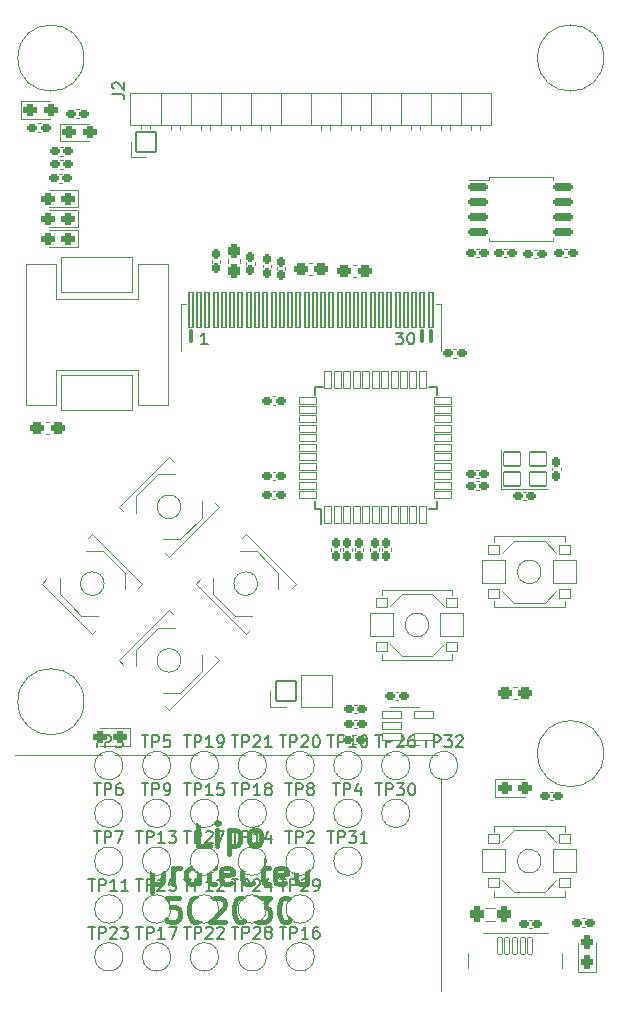
<source format=gbr>
%TF.GenerationSoftware,KiCad,Pcbnew,(6.0.5)*%
%TF.CreationDate,2023-05-01T10:01:18+02:00*%
%TF.ProjectId,arduboy_AS_flavor,61726475-626f-4795-9f41-535f666c6176,rev?*%
%TF.SameCoordinates,Original*%
%TF.FileFunction,Legend,Top*%
%TF.FilePolarity,Positive*%
%FSLAX46Y46*%
G04 Gerber Fmt 4.6, Leading zero omitted, Abs format (unit mm)*
G04 Created by KiCad (PCBNEW (6.0.5)) date 2023-05-01 10:01:18*
%MOMM*%
%LPD*%
G01*
G04 APERTURE LIST*
G04 Aperture macros list*
%AMRoundRect*
0 Rectangle with rounded corners*
0 $1 Rounding radius*
0 $2 $3 $4 $5 $6 $7 $8 $9 X,Y pos of 4 corners*
0 Add a 4 corners polygon primitive as box body*
4,1,4,$2,$3,$4,$5,$6,$7,$8,$9,$2,$3,0*
0 Add four circle primitives for the rounded corners*
1,1,$1+$1,$2,$3*
1,1,$1+$1,$4,$5*
1,1,$1+$1,$6,$7*
1,1,$1+$1,$8,$9*
0 Add four rect primitives between the rounded corners*
20,1,$1+$1,$2,$3,$4,$5,0*
20,1,$1+$1,$4,$5,$6,$7,0*
20,1,$1+$1,$6,$7,$8,$9,0*
20,1,$1+$1,$8,$9,$2,$3,0*%
G04 Aperture macros list end*
%ADD10C,0.120000*%
%ADD11C,0.400000*%
%ADD12C,0.150000*%
%ADD13C,0.300000*%
%ADD14RoundRect,0.050000X0.275000X-0.750000X0.275000X0.750000X-0.275000X0.750000X-0.275000X-0.750000X0*%
%ADD15RoundRect,0.050000X0.750000X0.275000X-0.750000X0.275000X-0.750000X-0.275000X0.750000X-0.275000X0*%
%ADD16RoundRect,0.205000X-0.155000X0.212500X-0.155000X-0.212500X0.155000X-0.212500X0.155000X0.212500X0*%
%ADD17RoundRect,0.205000X-0.212500X-0.155000X0.212500X-0.155000X0.212500X0.155000X-0.212500X0.155000X0*%
%ADD18RoundRect,0.205000X0.155000X-0.212500X0.155000X0.212500X-0.155000X0.212500X-0.155000X-0.212500X0*%
%ADD19RoundRect,0.287500X-0.300000X-0.237500X0.300000X-0.237500X0.300000X0.237500X-0.300000X0.237500X0*%
%ADD20RoundRect,0.205000X0.212500X0.155000X-0.212500X0.155000X-0.212500X-0.155000X0.212500X-0.155000X0*%
%ADD21RoundRect,0.287500X0.287500X0.237500X-0.287500X0.237500X-0.287500X-0.237500X0.287500X-0.237500X0*%
%ADD22RoundRect,0.287500X0.237500X-0.287500X0.237500X0.287500X-0.237500X0.287500X-0.237500X-0.287500X0*%
%ADD23RoundRect,0.287500X-0.287500X-0.237500X0.287500X-0.237500X0.287500X0.237500X-0.287500X0.237500X0*%
%ADD24RoundRect,0.300000X-0.275000X-0.350000X0.275000X-0.350000X0.275000X0.350000X-0.275000X0.350000X0*%
%ADD25O,1.800000X1.800000*%
%ADD26RoundRect,0.050000X0.850000X-0.850000X0.850000X0.850000X-0.850000X0.850000X-0.850000X-0.850000X0*%
%ADD27RoundRect,0.287500X0.237500X-0.300000X0.237500X0.300000X-0.237500X0.300000X-0.237500X-0.300000X0*%
%ADD28RoundRect,0.200000X-0.650000X-0.150000X0.650000X-0.150000X0.650000X0.150000X-0.650000X0.150000X0*%
%ADD29RoundRect,0.050000X-0.780000X-0.325000X0.780000X-0.325000X0.780000X0.325000X-0.780000X0.325000X0*%
%ADD30RoundRect,0.050000X-0.500000X-0.375000X0.500000X-0.375000X0.500000X0.375000X-0.500000X0.375000X0*%
%ADD31RoundRect,0.050000X-1.000000X-1.000000X1.000000X-1.000000X1.000000X1.000000X-1.000000X1.000000X0*%
%ADD32RoundRect,0.050000X0.000000X1.414214X-1.414214X0.000000X0.000000X-1.414214X1.414214X0.000000X0*%
%ADD33RoundRect,0.050000X0.088388X0.618718X-0.618718X-0.088388X-0.088388X-0.618718X0.618718X0.088388X0*%
%ADD34RoundRect,0.050000X-0.618718X0.088388X0.088388X-0.618718X0.618718X-0.088388X-0.088388X0.618718X0*%
%ADD35RoundRect,0.050000X-1.414214X0.000000X0.000000X-1.414214X1.414214X0.000000X0.000000X1.414214X0*%
%ADD36RoundRect,0.050000X0.618718X-0.088388X-0.088388X0.618718X-0.618718X0.088388X0.088388X-0.618718X0*%
%ADD37RoundRect,0.050000X1.414214X0.000000X0.000000X1.414214X-1.414214X0.000000X0.000000X-1.414214X0*%
%ADD38RoundRect,0.050000X1.000000X1.000000X-1.000000X1.000000X-1.000000X-1.000000X1.000000X-1.000000X0*%
%ADD39RoundRect,0.050000X0.500000X0.375000X-0.500000X0.375000X-0.500000X-0.375000X0.500000X-0.375000X0*%
%ADD40RoundRect,0.050000X-0.088388X-0.618718X0.618718X0.088388X0.088388X0.618718X-0.618718X-0.088388X0*%
%ADD41RoundRect,0.050000X0.000000X-1.414214X1.414214X0.000000X0.000000X1.414214X-1.414214X0.000000X0*%
%ADD42C,1.252000*%
%ADD43C,2.800000*%
%ADD44C,4.500000*%
%ADD45RoundRect,0.050000X0.175000X1.500000X-0.175000X1.500000X-0.175000X-1.500000X0.175000X-1.500000X0*%
%ADD46C,0.750000*%
%ADD47RoundRect,0.050000X0.200000X0.700000X-0.200000X0.700000X-0.200000X-0.700000X0.200000X-0.700000X0*%
%ADD48O,1.350000X2.000000*%
%ADD49RoundRect,0.050000X-0.700000X-0.600000X0.700000X-0.600000X0.700000X0.600000X-0.700000X0.600000X0*%
%ADD50RoundRect,0.050000X3.000000X-1.500000X3.000000X1.500000X-3.000000X1.500000X-3.000000X-1.500000X0*%
%ADD51C,2.100000*%
G04 APERTURE END LIST*
D10*
X23000000Y-84000000D02*
X22000000Y-84000000D01*
X58000000Y-104000000D02*
X58000000Y-84000000D01*
X58000000Y-84000000D02*
X23000000Y-84000000D01*
D11*
X38433333Y-91684761D02*
X37480952Y-91684761D01*
X37480952Y-89684761D01*
X39100000Y-91684761D02*
X39100000Y-90351428D01*
X39100000Y-89684761D02*
X39004761Y-89780000D01*
X39100000Y-89875238D01*
X39195238Y-89780000D01*
X39100000Y-89684761D01*
X39100000Y-89875238D01*
X40052380Y-90351428D02*
X40052380Y-92351428D01*
X40052380Y-90446666D02*
X40242857Y-90351428D01*
X40623809Y-90351428D01*
X40814285Y-90446666D01*
X40909523Y-90541904D01*
X41004761Y-90732380D01*
X41004761Y-91303809D01*
X40909523Y-91494285D01*
X40814285Y-91589523D01*
X40623809Y-91684761D01*
X40242857Y-91684761D01*
X40052380Y-91589523D01*
X42147619Y-91684761D02*
X41957142Y-91589523D01*
X41861904Y-91494285D01*
X41766666Y-91303809D01*
X41766666Y-90732380D01*
X41861904Y-90541904D01*
X41957142Y-90446666D01*
X42147619Y-90351428D01*
X42433333Y-90351428D01*
X42623809Y-90446666D01*
X42719047Y-90541904D01*
X42814285Y-90732380D01*
X42814285Y-91303809D01*
X42719047Y-91494285D01*
X42623809Y-91589523D01*
X42433333Y-91684761D01*
X42147619Y-91684761D01*
X33528571Y-93571428D02*
X33528571Y-95571428D01*
X33528571Y-93666666D02*
X33719047Y-93571428D01*
X34100000Y-93571428D01*
X34290476Y-93666666D01*
X34385714Y-93761904D01*
X34480952Y-93952380D01*
X34480952Y-94523809D01*
X34385714Y-94714285D01*
X34290476Y-94809523D01*
X34100000Y-94904761D01*
X33719047Y-94904761D01*
X33528571Y-94809523D01*
X35338095Y-94904761D02*
X35338095Y-93571428D01*
X35338095Y-93952380D02*
X35433333Y-93761904D01*
X35528571Y-93666666D01*
X35719047Y-93571428D01*
X35909523Y-93571428D01*
X36861904Y-94904761D02*
X36671428Y-94809523D01*
X36576190Y-94714285D01*
X36480952Y-94523809D01*
X36480952Y-93952380D01*
X36576190Y-93761904D01*
X36671428Y-93666666D01*
X36861904Y-93571428D01*
X37147619Y-93571428D01*
X37338095Y-93666666D01*
X37433333Y-93761904D01*
X37528571Y-93952380D01*
X37528571Y-94523809D01*
X37433333Y-94714285D01*
X37338095Y-94809523D01*
X37147619Y-94904761D01*
X36861904Y-94904761D01*
X38100000Y-93571428D02*
X38861904Y-93571428D01*
X38385714Y-92904761D02*
X38385714Y-94619047D01*
X38480952Y-94809523D01*
X38671428Y-94904761D01*
X38861904Y-94904761D01*
X40290476Y-94809523D02*
X40100000Y-94904761D01*
X39719047Y-94904761D01*
X39528571Y-94809523D01*
X39433333Y-94619047D01*
X39433333Y-93857142D01*
X39528571Y-93666666D01*
X39719047Y-93571428D01*
X40100000Y-93571428D01*
X40290476Y-93666666D01*
X40385714Y-93857142D01*
X40385714Y-94047619D01*
X39433333Y-94238095D01*
X42100000Y-94809523D02*
X41909523Y-94904761D01*
X41528571Y-94904761D01*
X41338095Y-94809523D01*
X41242857Y-94714285D01*
X41147619Y-94523809D01*
X41147619Y-93952380D01*
X41242857Y-93761904D01*
X41338095Y-93666666D01*
X41528571Y-93571428D01*
X41909523Y-93571428D01*
X42100000Y-93666666D01*
X42671428Y-93571428D02*
X43433333Y-93571428D01*
X42957142Y-92904761D02*
X42957142Y-94619047D01*
X43052380Y-94809523D01*
X43242857Y-94904761D01*
X43433333Y-94904761D01*
X44861904Y-94809523D02*
X44671428Y-94904761D01*
X44290476Y-94904761D01*
X44100000Y-94809523D01*
X44004761Y-94619047D01*
X44004761Y-93857142D01*
X44100000Y-93666666D01*
X44290476Y-93571428D01*
X44671428Y-93571428D01*
X44861904Y-93666666D01*
X44957142Y-93857142D01*
X44957142Y-94047619D01*
X44004761Y-94238095D01*
X46671428Y-94904761D02*
X46671428Y-92904761D01*
X46671428Y-94809523D02*
X46480952Y-94904761D01*
X46100000Y-94904761D01*
X45909523Y-94809523D01*
X45814285Y-94714285D01*
X45719047Y-94523809D01*
X45719047Y-93952380D01*
X45814285Y-93761904D01*
X45909523Y-93666666D01*
X46100000Y-93571428D01*
X46480952Y-93571428D01*
X46671428Y-93666666D01*
X35814285Y-96124761D02*
X34861904Y-96124761D01*
X34766666Y-97077142D01*
X34861904Y-96981904D01*
X35052380Y-96886666D01*
X35528571Y-96886666D01*
X35719047Y-96981904D01*
X35814285Y-97077142D01*
X35909523Y-97267619D01*
X35909523Y-97743809D01*
X35814285Y-97934285D01*
X35719047Y-98029523D01*
X35528571Y-98124761D01*
X35052380Y-98124761D01*
X34861904Y-98029523D01*
X34766666Y-97934285D01*
X37147619Y-96124761D02*
X37338095Y-96124761D01*
X37528571Y-96220000D01*
X37623809Y-96315238D01*
X37719047Y-96505714D01*
X37814285Y-96886666D01*
X37814285Y-97362857D01*
X37719047Y-97743809D01*
X37623809Y-97934285D01*
X37528571Y-98029523D01*
X37338095Y-98124761D01*
X37147619Y-98124761D01*
X36957142Y-98029523D01*
X36861904Y-97934285D01*
X36766666Y-97743809D01*
X36671428Y-97362857D01*
X36671428Y-96886666D01*
X36766666Y-96505714D01*
X36861904Y-96315238D01*
X36957142Y-96220000D01*
X37147619Y-96124761D01*
X38576190Y-96315238D02*
X38671428Y-96220000D01*
X38861904Y-96124761D01*
X39338095Y-96124761D01*
X39528571Y-96220000D01*
X39623809Y-96315238D01*
X39719047Y-96505714D01*
X39719047Y-96696190D01*
X39623809Y-96981904D01*
X38480952Y-98124761D01*
X39719047Y-98124761D01*
X40957142Y-96124761D02*
X41147619Y-96124761D01*
X41338095Y-96220000D01*
X41433333Y-96315238D01*
X41528571Y-96505714D01*
X41623809Y-96886666D01*
X41623809Y-97362857D01*
X41528571Y-97743809D01*
X41433333Y-97934285D01*
X41338095Y-98029523D01*
X41147619Y-98124761D01*
X40957142Y-98124761D01*
X40766666Y-98029523D01*
X40671428Y-97934285D01*
X40576190Y-97743809D01*
X40480952Y-97362857D01*
X40480952Y-96886666D01*
X40576190Y-96505714D01*
X40671428Y-96315238D01*
X40766666Y-96220000D01*
X40957142Y-96124761D01*
X42290476Y-96124761D02*
X43528571Y-96124761D01*
X42861904Y-96886666D01*
X43147619Y-96886666D01*
X43338095Y-96981904D01*
X43433333Y-97077142D01*
X43528571Y-97267619D01*
X43528571Y-97743809D01*
X43433333Y-97934285D01*
X43338095Y-98029523D01*
X43147619Y-98124761D01*
X42576190Y-98124761D01*
X42385714Y-98029523D01*
X42290476Y-97934285D01*
X44766666Y-96124761D02*
X44957142Y-96124761D01*
X45147619Y-96220000D01*
X45242857Y-96315238D01*
X45338095Y-96505714D01*
X45433333Y-96886666D01*
X45433333Y-97362857D01*
X45338095Y-97743809D01*
X45242857Y-97934285D01*
X45147619Y-98029523D01*
X44957142Y-98124761D01*
X44766666Y-98124761D01*
X44576190Y-98029523D01*
X44480952Y-97934285D01*
X44385714Y-97743809D01*
X44290476Y-97362857D01*
X44290476Y-96886666D01*
X44385714Y-96505714D01*
X44480952Y-96315238D01*
X44576190Y-96220000D01*
X44766666Y-96124761D01*
D12*
%TO.C,J2*%
X30212380Y-28048333D02*
X30926666Y-28048333D01*
X31069523Y-28095952D01*
X31164761Y-28191190D01*
X31212380Y-28334047D01*
X31212380Y-28429285D01*
X30307619Y-27619761D02*
X30260000Y-27572142D01*
X30212380Y-27476904D01*
X30212380Y-27238809D01*
X30260000Y-27143571D01*
X30307619Y-27095952D01*
X30402857Y-27048333D01*
X30498095Y-27048333D01*
X30640952Y-27095952D01*
X31212380Y-27667380D01*
X31212380Y-27048333D01*
%TO.C,J1*%
X54190476Y-48252380D02*
X54809523Y-48252380D01*
X54476190Y-48633333D01*
X54619047Y-48633333D01*
X54714285Y-48680952D01*
X54761904Y-48728571D01*
X54809523Y-48823809D01*
X54809523Y-49061904D01*
X54761904Y-49157142D01*
X54714285Y-49204761D01*
X54619047Y-49252380D01*
X54333333Y-49252380D01*
X54238095Y-49204761D01*
X54190476Y-49157142D01*
X55428571Y-48252380D02*
X55523809Y-48252380D01*
X55619047Y-48300000D01*
X55666666Y-48347619D01*
X55714285Y-48442857D01*
X55761904Y-48633333D01*
X55761904Y-48871428D01*
X55714285Y-49061904D01*
X55666666Y-49157142D01*
X55619047Y-49204761D01*
X55523809Y-49252380D01*
X55428571Y-49252380D01*
X55333333Y-49204761D01*
X55285714Y-49157142D01*
X55238095Y-49061904D01*
X55190476Y-48871428D01*
X55190476Y-48633333D01*
X55238095Y-48442857D01*
X55285714Y-48347619D01*
X55333333Y-48300000D01*
X55428571Y-48252380D01*
X38285714Y-49252380D02*
X37714285Y-49252380D01*
X38000000Y-49252380D02*
X38000000Y-48252380D01*
X37904761Y-48395238D01*
X37809523Y-48490476D01*
X37714285Y-48538095D01*
%TO.C,TP29*%
X44361904Y-94504380D02*
X44933333Y-94504380D01*
X44647619Y-95504380D02*
X44647619Y-94504380D01*
X45266666Y-95504380D02*
X45266666Y-94504380D01*
X45647619Y-94504380D01*
X45742857Y-94552000D01*
X45790476Y-94599619D01*
X45838095Y-94694857D01*
X45838095Y-94837714D01*
X45790476Y-94932952D01*
X45742857Y-94980571D01*
X45647619Y-95028190D01*
X45266666Y-95028190D01*
X46219047Y-94599619D02*
X46266666Y-94552000D01*
X46361904Y-94504380D01*
X46600000Y-94504380D01*
X46695238Y-94552000D01*
X46742857Y-94599619D01*
X46790476Y-94694857D01*
X46790476Y-94790095D01*
X46742857Y-94932952D01*
X46171428Y-95504380D01*
X46790476Y-95504380D01*
X47266666Y-95504380D02*
X47457142Y-95504380D01*
X47552380Y-95456761D01*
X47600000Y-95409142D01*
X47695238Y-95266285D01*
X47742857Y-95075809D01*
X47742857Y-94694857D01*
X47695238Y-94599619D01*
X47647619Y-94552000D01*
X47552380Y-94504380D01*
X47361904Y-94504380D01*
X47266666Y-94552000D01*
X47219047Y-94599619D01*
X47171428Y-94694857D01*
X47171428Y-94932952D01*
X47219047Y-95028190D01*
X47266666Y-95075809D01*
X47361904Y-95123428D01*
X47552380Y-95123428D01*
X47647619Y-95075809D01*
X47695238Y-95028190D01*
X47742857Y-94932952D01*
%TO.C,TP32*%
X56511904Y-82354380D02*
X57083333Y-82354380D01*
X56797619Y-83354380D02*
X56797619Y-82354380D01*
X57416666Y-83354380D02*
X57416666Y-82354380D01*
X57797619Y-82354380D01*
X57892857Y-82402000D01*
X57940476Y-82449619D01*
X57988095Y-82544857D01*
X57988095Y-82687714D01*
X57940476Y-82782952D01*
X57892857Y-82830571D01*
X57797619Y-82878190D01*
X57416666Y-82878190D01*
X58321428Y-82354380D02*
X58940476Y-82354380D01*
X58607142Y-82735333D01*
X58750000Y-82735333D01*
X58845238Y-82782952D01*
X58892857Y-82830571D01*
X58940476Y-82925809D01*
X58940476Y-83163904D01*
X58892857Y-83259142D01*
X58845238Y-83306761D01*
X58750000Y-83354380D01*
X58464285Y-83354380D01*
X58369047Y-83306761D01*
X58321428Y-83259142D01*
X59321428Y-82449619D02*
X59369047Y-82402000D01*
X59464285Y-82354380D01*
X59702380Y-82354380D01*
X59797619Y-82402000D01*
X59845238Y-82449619D01*
X59892857Y-82544857D01*
X59892857Y-82640095D01*
X59845238Y-82782952D01*
X59273809Y-83354380D01*
X59892857Y-83354380D01*
%TO.C,TP14*%
X40311904Y-90454380D02*
X40883333Y-90454380D01*
X40597619Y-91454380D02*
X40597619Y-90454380D01*
X41216666Y-91454380D02*
X41216666Y-90454380D01*
X41597619Y-90454380D01*
X41692857Y-90502000D01*
X41740476Y-90549619D01*
X41788095Y-90644857D01*
X41788095Y-90787714D01*
X41740476Y-90882952D01*
X41692857Y-90930571D01*
X41597619Y-90978190D01*
X41216666Y-90978190D01*
X42740476Y-91454380D02*
X42169047Y-91454380D01*
X42454761Y-91454380D02*
X42454761Y-90454380D01*
X42359523Y-90597238D01*
X42264285Y-90692476D01*
X42169047Y-90740095D01*
X43597619Y-90787714D02*
X43597619Y-91454380D01*
X43359523Y-90406761D02*
X43121428Y-91121047D01*
X43740476Y-91121047D01*
%TO.C,TP28*%
X40311904Y-98554380D02*
X40883333Y-98554380D01*
X40597619Y-99554380D02*
X40597619Y-98554380D01*
X41216666Y-99554380D02*
X41216666Y-98554380D01*
X41597619Y-98554380D01*
X41692857Y-98602000D01*
X41740476Y-98649619D01*
X41788095Y-98744857D01*
X41788095Y-98887714D01*
X41740476Y-98982952D01*
X41692857Y-99030571D01*
X41597619Y-99078190D01*
X41216666Y-99078190D01*
X42169047Y-98649619D02*
X42216666Y-98602000D01*
X42311904Y-98554380D01*
X42550000Y-98554380D01*
X42645238Y-98602000D01*
X42692857Y-98649619D01*
X42740476Y-98744857D01*
X42740476Y-98840095D01*
X42692857Y-98982952D01*
X42121428Y-99554380D01*
X42740476Y-99554380D01*
X43311904Y-98982952D02*
X43216666Y-98935333D01*
X43169047Y-98887714D01*
X43121428Y-98792476D01*
X43121428Y-98744857D01*
X43169047Y-98649619D01*
X43216666Y-98602000D01*
X43311904Y-98554380D01*
X43502380Y-98554380D01*
X43597619Y-98602000D01*
X43645238Y-98649619D01*
X43692857Y-98744857D01*
X43692857Y-98792476D01*
X43645238Y-98887714D01*
X43597619Y-98935333D01*
X43502380Y-98982952D01*
X43311904Y-98982952D01*
X43216666Y-99030571D01*
X43169047Y-99078190D01*
X43121428Y-99173428D01*
X43121428Y-99363904D01*
X43169047Y-99459142D01*
X43216666Y-99506761D01*
X43311904Y-99554380D01*
X43502380Y-99554380D01*
X43597619Y-99506761D01*
X43645238Y-99459142D01*
X43692857Y-99363904D01*
X43692857Y-99173428D01*
X43645238Y-99078190D01*
X43597619Y-99030571D01*
X43502380Y-98982952D01*
%TO.C,TP2*%
X44838095Y-90454380D02*
X45409523Y-90454380D01*
X45123809Y-91454380D02*
X45123809Y-90454380D01*
X45742857Y-91454380D02*
X45742857Y-90454380D01*
X46123809Y-90454380D01*
X46219047Y-90502000D01*
X46266666Y-90549619D01*
X46314285Y-90644857D01*
X46314285Y-90787714D01*
X46266666Y-90882952D01*
X46219047Y-90930571D01*
X46123809Y-90978190D01*
X45742857Y-90978190D01*
X46695238Y-90549619D02*
X46742857Y-90502000D01*
X46838095Y-90454380D01*
X47076190Y-90454380D01*
X47171428Y-90502000D01*
X47219047Y-90549619D01*
X47266666Y-90644857D01*
X47266666Y-90740095D01*
X47219047Y-90882952D01*
X46647619Y-91454380D01*
X47266666Y-91454380D01*
%TO.C,TP27*%
X36261904Y-90454380D02*
X36833333Y-90454380D01*
X36547619Y-91454380D02*
X36547619Y-90454380D01*
X37166666Y-91454380D02*
X37166666Y-90454380D01*
X37547619Y-90454380D01*
X37642857Y-90502000D01*
X37690476Y-90549619D01*
X37738095Y-90644857D01*
X37738095Y-90787714D01*
X37690476Y-90882952D01*
X37642857Y-90930571D01*
X37547619Y-90978190D01*
X37166666Y-90978190D01*
X38119047Y-90549619D02*
X38166666Y-90502000D01*
X38261904Y-90454380D01*
X38500000Y-90454380D01*
X38595238Y-90502000D01*
X38642857Y-90549619D01*
X38690476Y-90644857D01*
X38690476Y-90740095D01*
X38642857Y-90882952D01*
X38071428Y-91454380D01*
X38690476Y-91454380D01*
X39023809Y-90454380D02*
X39690476Y-90454380D01*
X39261904Y-91454380D01*
%TO.C,TP17*%
X32211904Y-98554380D02*
X32783333Y-98554380D01*
X32497619Y-99554380D02*
X32497619Y-98554380D01*
X33116666Y-99554380D02*
X33116666Y-98554380D01*
X33497619Y-98554380D01*
X33592857Y-98602000D01*
X33640476Y-98649619D01*
X33688095Y-98744857D01*
X33688095Y-98887714D01*
X33640476Y-98982952D01*
X33592857Y-99030571D01*
X33497619Y-99078190D01*
X33116666Y-99078190D01*
X34640476Y-99554380D02*
X34069047Y-99554380D01*
X34354761Y-99554380D02*
X34354761Y-98554380D01*
X34259523Y-98697238D01*
X34164285Y-98792476D01*
X34069047Y-98840095D01*
X34973809Y-98554380D02*
X35640476Y-98554380D01*
X35211904Y-99554380D01*
%TO.C,TP23*%
X28161904Y-98554380D02*
X28733333Y-98554380D01*
X28447619Y-99554380D02*
X28447619Y-98554380D01*
X29066666Y-99554380D02*
X29066666Y-98554380D01*
X29447619Y-98554380D01*
X29542857Y-98602000D01*
X29590476Y-98649619D01*
X29638095Y-98744857D01*
X29638095Y-98887714D01*
X29590476Y-98982952D01*
X29542857Y-99030571D01*
X29447619Y-99078190D01*
X29066666Y-99078190D01*
X30019047Y-98649619D02*
X30066666Y-98602000D01*
X30161904Y-98554380D01*
X30400000Y-98554380D01*
X30495238Y-98602000D01*
X30542857Y-98649619D01*
X30590476Y-98744857D01*
X30590476Y-98840095D01*
X30542857Y-98982952D01*
X29971428Y-99554380D01*
X30590476Y-99554380D01*
X30923809Y-98554380D02*
X31542857Y-98554380D01*
X31209523Y-98935333D01*
X31352380Y-98935333D01*
X31447619Y-98982952D01*
X31495238Y-99030571D01*
X31542857Y-99125809D01*
X31542857Y-99363904D01*
X31495238Y-99459142D01*
X31447619Y-99506761D01*
X31352380Y-99554380D01*
X31066666Y-99554380D01*
X30971428Y-99506761D01*
X30923809Y-99459142D01*
%TO.C,TP30*%
X52461904Y-86404380D02*
X53033333Y-86404380D01*
X52747619Y-87404380D02*
X52747619Y-86404380D01*
X53366666Y-87404380D02*
X53366666Y-86404380D01*
X53747619Y-86404380D01*
X53842857Y-86452000D01*
X53890476Y-86499619D01*
X53938095Y-86594857D01*
X53938095Y-86737714D01*
X53890476Y-86832952D01*
X53842857Y-86880571D01*
X53747619Y-86928190D01*
X53366666Y-86928190D01*
X54271428Y-86404380D02*
X54890476Y-86404380D01*
X54557142Y-86785333D01*
X54700000Y-86785333D01*
X54795238Y-86832952D01*
X54842857Y-86880571D01*
X54890476Y-86975809D01*
X54890476Y-87213904D01*
X54842857Y-87309142D01*
X54795238Y-87356761D01*
X54700000Y-87404380D01*
X54414285Y-87404380D01*
X54319047Y-87356761D01*
X54271428Y-87309142D01*
X55509523Y-86404380D02*
X55604761Y-86404380D01*
X55700000Y-86452000D01*
X55747619Y-86499619D01*
X55795238Y-86594857D01*
X55842857Y-86785333D01*
X55842857Y-87023428D01*
X55795238Y-87213904D01*
X55747619Y-87309142D01*
X55700000Y-87356761D01*
X55604761Y-87404380D01*
X55509523Y-87404380D01*
X55414285Y-87356761D01*
X55366666Y-87309142D01*
X55319047Y-87213904D01*
X55271428Y-87023428D01*
X55271428Y-86785333D01*
X55319047Y-86594857D01*
X55366666Y-86499619D01*
X55414285Y-86452000D01*
X55509523Y-86404380D01*
%TO.C,TP26*%
X52461904Y-82354380D02*
X53033333Y-82354380D01*
X52747619Y-83354380D02*
X52747619Y-82354380D01*
X53366666Y-83354380D02*
X53366666Y-82354380D01*
X53747619Y-82354380D01*
X53842857Y-82402000D01*
X53890476Y-82449619D01*
X53938095Y-82544857D01*
X53938095Y-82687714D01*
X53890476Y-82782952D01*
X53842857Y-82830571D01*
X53747619Y-82878190D01*
X53366666Y-82878190D01*
X54319047Y-82449619D02*
X54366666Y-82402000D01*
X54461904Y-82354380D01*
X54700000Y-82354380D01*
X54795238Y-82402000D01*
X54842857Y-82449619D01*
X54890476Y-82544857D01*
X54890476Y-82640095D01*
X54842857Y-82782952D01*
X54271428Y-83354380D01*
X54890476Y-83354380D01*
X55747619Y-82354380D02*
X55557142Y-82354380D01*
X55461904Y-82402000D01*
X55414285Y-82449619D01*
X55319047Y-82592476D01*
X55271428Y-82782952D01*
X55271428Y-83163904D01*
X55319047Y-83259142D01*
X55366666Y-83306761D01*
X55461904Y-83354380D01*
X55652380Y-83354380D01*
X55747619Y-83306761D01*
X55795238Y-83259142D01*
X55842857Y-83163904D01*
X55842857Y-82925809D01*
X55795238Y-82830571D01*
X55747619Y-82782952D01*
X55652380Y-82735333D01*
X55461904Y-82735333D01*
X55366666Y-82782952D01*
X55319047Y-82830571D01*
X55271428Y-82925809D01*
%TO.C,TP9*%
X32688095Y-86404380D02*
X33259523Y-86404380D01*
X32973809Y-87404380D02*
X32973809Y-86404380D01*
X33592857Y-87404380D02*
X33592857Y-86404380D01*
X33973809Y-86404380D01*
X34069047Y-86452000D01*
X34116666Y-86499619D01*
X34164285Y-86594857D01*
X34164285Y-86737714D01*
X34116666Y-86832952D01*
X34069047Y-86880571D01*
X33973809Y-86928190D01*
X33592857Y-86928190D01*
X34640476Y-87404380D02*
X34830952Y-87404380D01*
X34926190Y-87356761D01*
X34973809Y-87309142D01*
X35069047Y-87166285D01*
X35116666Y-86975809D01*
X35116666Y-86594857D01*
X35069047Y-86499619D01*
X35021428Y-86452000D01*
X34926190Y-86404380D01*
X34735714Y-86404380D01*
X34640476Y-86452000D01*
X34592857Y-86499619D01*
X34545238Y-86594857D01*
X34545238Y-86832952D01*
X34592857Y-86928190D01*
X34640476Y-86975809D01*
X34735714Y-87023428D01*
X34926190Y-87023428D01*
X35021428Y-86975809D01*
X35069047Y-86928190D01*
X35116666Y-86832952D01*
%TO.C,TP15*%
X36261904Y-86404380D02*
X36833333Y-86404380D01*
X36547619Y-87404380D02*
X36547619Y-86404380D01*
X37166666Y-87404380D02*
X37166666Y-86404380D01*
X37547619Y-86404380D01*
X37642857Y-86452000D01*
X37690476Y-86499619D01*
X37738095Y-86594857D01*
X37738095Y-86737714D01*
X37690476Y-86832952D01*
X37642857Y-86880571D01*
X37547619Y-86928190D01*
X37166666Y-86928190D01*
X38690476Y-87404380D02*
X38119047Y-87404380D01*
X38404761Y-87404380D02*
X38404761Y-86404380D01*
X38309523Y-86547238D01*
X38214285Y-86642476D01*
X38119047Y-86690095D01*
X39595238Y-86404380D02*
X39119047Y-86404380D01*
X39071428Y-86880571D01*
X39119047Y-86832952D01*
X39214285Y-86785333D01*
X39452380Y-86785333D01*
X39547619Y-86832952D01*
X39595238Y-86880571D01*
X39642857Y-86975809D01*
X39642857Y-87213904D01*
X39595238Y-87309142D01*
X39547619Y-87356761D01*
X39452380Y-87404380D01*
X39214285Y-87404380D01*
X39119047Y-87356761D01*
X39071428Y-87309142D01*
%TO.C,TP19*%
X36261904Y-82354380D02*
X36833333Y-82354380D01*
X36547619Y-83354380D02*
X36547619Y-82354380D01*
X37166666Y-83354380D02*
X37166666Y-82354380D01*
X37547619Y-82354380D01*
X37642857Y-82402000D01*
X37690476Y-82449619D01*
X37738095Y-82544857D01*
X37738095Y-82687714D01*
X37690476Y-82782952D01*
X37642857Y-82830571D01*
X37547619Y-82878190D01*
X37166666Y-82878190D01*
X38690476Y-83354380D02*
X38119047Y-83354380D01*
X38404761Y-83354380D02*
X38404761Y-82354380D01*
X38309523Y-82497238D01*
X38214285Y-82592476D01*
X38119047Y-82640095D01*
X39166666Y-83354380D02*
X39357142Y-83354380D01*
X39452380Y-83306761D01*
X39500000Y-83259142D01*
X39595238Y-83116285D01*
X39642857Y-82925809D01*
X39642857Y-82544857D01*
X39595238Y-82449619D01*
X39547619Y-82402000D01*
X39452380Y-82354380D01*
X39261904Y-82354380D01*
X39166666Y-82402000D01*
X39119047Y-82449619D01*
X39071428Y-82544857D01*
X39071428Y-82782952D01*
X39119047Y-82878190D01*
X39166666Y-82925809D01*
X39261904Y-82973428D01*
X39452380Y-82973428D01*
X39547619Y-82925809D01*
X39595238Y-82878190D01*
X39642857Y-82782952D01*
%TO.C,TP5*%
X32688095Y-82354380D02*
X33259523Y-82354380D01*
X32973809Y-83354380D02*
X32973809Y-82354380D01*
X33592857Y-83354380D02*
X33592857Y-82354380D01*
X33973809Y-82354380D01*
X34069047Y-82402000D01*
X34116666Y-82449619D01*
X34164285Y-82544857D01*
X34164285Y-82687714D01*
X34116666Y-82782952D01*
X34069047Y-82830571D01*
X33973809Y-82878190D01*
X33592857Y-82878190D01*
X35069047Y-82354380D02*
X34592857Y-82354380D01*
X34545238Y-82830571D01*
X34592857Y-82782952D01*
X34688095Y-82735333D01*
X34926190Y-82735333D01*
X35021428Y-82782952D01*
X35069047Y-82830571D01*
X35116666Y-82925809D01*
X35116666Y-83163904D01*
X35069047Y-83259142D01*
X35021428Y-83306761D01*
X34926190Y-83354380D01*
X34688095Y-83354380D01*
X34592857Y-83306761D01*
X34545238Y-83259142D01*
%TO.C,TP4*%
X48888095Y-86404380D02*
X49459523Y-86404380D01*
X49173809Y-87404380D02*
X49173809Y-86404380D01*
X49792857Y-87404380D02*
X49792857Y-86404380D01*
X50173809Y-86404380D01*
X50269047Y-86452000D01*
X50316666Y-86499619D01*
X50364285Y-86594857D01*
X50364285Y-86737714D01*
X50316666Y-86832952D01*
X50269047Y-86880571D01*
X50173809Y-86928190D01*
X49792857Y-86928190D01*
X51221428Y-86737714D02*
X51221428Y-87404380D01*
X50983333Y-86356761D02*
X50745238Y-87071047D01*
X51364285Y-87071047D01*
%TO.C,TP10*%
X48411904Y-82354380D02*
X48983333Y-82354380D01*
X48697619Y-83354380D02*
X48697619Y-82354380D01*
X49316666Y-83354380D02*
X49316666Y-82354380D01*
X49697619Y-82354380D01*
X49792857Y-82402000D01*
X49840476Y-82449619D01*
X49888095Y-82544857D01*
X49888095Y-82687714D01*
X49840476Y-82782952D01*
X49792857Y-82830571D01*
X49697619Y-82878190D01*
X49316666Y-82878190D01*
X50840476Y-83354380D02*
X50269047Y-83354380D01*
X50554761Y-83354380D02*
X50554761Y-82354380D01*
X50459523Y-82497238D01*
X50364285Y-82592476D01*
X50269047Y-82640095D01*
X51459523Y-82354380D02*
X51554761Y-82354380D01*
X51650000Y-82402000D01*
X51697619Y-82449619D01*
X51745238Y-82544857D01*
X51792857Y-82735333D01*
X51792857Y-82973428D01*
X51745238Y-83163904D01*
X51697619Y-83259142D01*
X51650000Y-83306761D01*
X51554761Y-83354380D01*
X51459523Y-83354380D01*
X51364285Y-83306761D01*
X51316666Y-83259142D01*
X51269047Y-83163904D01*
X51221428Y-82973428D01*
X51221428Y-82735333D01*
X51269047Y-82544857D01*
X51316666Y-82449619D01*
X51364285Y-82402000D01*
X51459523Y-82354380D01*
%TO.C,TP18*%
X40311904Y-86404380D02*
X40883333Y-86404380D01*
X40597619Y-87404380D02*
X40597619Y-86404380D01*
X41216666Y-87404380D02*
X41216666Y-86404380D01*
X41597619Y-86404380D01*
X41692857Y-86452000D01*
X41740476Y-86499619D01*
X41788095Y-86594857D01*
X41788095Y-86737714D01*
X41740476Y-86832952D01*
X41692857Y-86880571D01*
X41597619Y-86928190D01*
X41216666Y-86928190D01*
X42740476Y-87404380D02*
X42169047Y-87404380D01*
X42454761Y-87404380D02*
X42454761Y-86404380D01*
X42359523Y-86547238D01*
X42264285Y-86642476D01*
X42169047Y-86690095D01*
X43311904Y-86832952D02*
X43216666Y-86785333D01*
X43169047Y-86737714D01*
X43121428Y-86642476D01*
X43121428Y-86594857D01*
X43169047Y-86499619D01*
X43216666Y-86452000D01*
X43311904Y-86404380D01*
X43502380Y-86404380D01*
X43597619Y-86452000D01*
X43645238Y-86499619D01*
X43692857Y-86594857D01*
X43692857Y-86642476D01*
X43645238Y-86737714D01*
X43597619Y-86785333D01*
X43502380Y-86832952D01*
X43311904Y-86832952D01*
X43216666Y-86880571D01*
X43169047Y-86928190D01*
X43121428Y-87023428D01*
X43121428Y-87213904D01*
X43169047Y-87309142D01*
X43216666Y-87356761D01*
X43311904Y-87404380D01*
X43502380Y-87404380D01*
X43597619Y-87356761D01*
X43645238Y-87309142D01*
X43692857Y-87213904D01*
X43692857Y-87023428D01*
X43645238Y-86928190D01*
X43597619Y-86880571D01*
X43502380Y-86832952D01*
%TO.C,TP12*%
X36261904Y-94504380D02*
X36833333Y-94504380D01*
X36547619Y-95504380D02*
X36547619Y-94504380D01*
X37166666Y-95504380D02*
X37166666Y-94504380D01*
X37547619Y-94504380D01*
X37642857Y-94552000D01*
X37690476Y-94599619D01*
X37738095Y-94694857D01*
X37738095Y-94837714D01*
X37690476Y-94932952D01*
X37642857Y-94980571D01*
X37547619Y-95028190D01*
X37166666Y-95028190D01*
X38690476Y-95504380D02*
X38119047Y-95504380D01*
X38404761Y-95504380D02*
X38404761Y-94504380D01*
X38309523Y-94647238D01*
X38214285Y-94742476D01*
X38119047Y-94790095D01*
X39071428Y-94599619D02*
X39119047Y-94552000D01*
X39214285Y-94504380D01*
X39452380Y-94504380D01*
X39547619Y-94552000D01*
X39595238Y-94599619D01*
X39642857Y-94694857D01*
X39642857Y-94790095D01*
X39595238Y-94932952D01*
X39023809Y-95504380D01*
X39642857Y-95504380D01*
%TO.C,TP22*%
X36261904Y-98554380D02*
X36833333Y-98554380D01*
X36547619Y-99554380D02*
X36547619Y-98554380D01*
X37166666Y-99554380D02*
X37166666Y-98554380D01*
X37547619Y-98554380D01*
X37642857Y-98602000D01*
X37690476Y-98649619D01*
X37738095Y-98744857D01*
X37738095Y-98887714D01*
X37690476Y-98982952D01*
X37642857Y-99030571D01*
X37547619Y-99078190D01*
X37166666Y-99078190D01*
X38119047Y-98649619D02*
X38166666Y-98602000D01*
X38261904Y-98554380D01*
X38500000Y-98554380D01*
X38595238Y-98602000D01*
X38642857Y-98649619D01*
X38690476Y-98744857D01*
X38690476Y-98840095D01*
X38642857Y-98982952D01*
X38071428Y-99554380D01*
X38690476Y-99554380D01*
X39071428Y-98649619D02*
X39119047Y-98602000D01*
X39214285Y-98554380D01*
X39452380Y-98554380D01*
X39547619Y-98602000D01*
X39595238Y-98649619D01*
X39642857Y-98744857D01*
X39642857Y-98840095D01*
X39595238Y-98982952D01*
X39023809Y-99554380D01*
X39642857Y-99554380D01*
%TO.C,TP25*%
X32211904Y-94504380D02*
X32783333Y-94504380D01*
X32497619Y-95504380D02*
X32497619Y-94504380D01*
X33116666Y-95504380D02*
X33116666Y-94504380D01*
X33497619Y-94504380D01*
X33592857Y-94552000D01*
X33640476Y-94599619D01*
X33688095Y-94694857D01*
X33688095Y-94837714D01*
X33640476Y-94932952D01*
X33592857Y-94980571D01*
X33497619Y-95028190D01*
X33116666Y-95028190D01*
X34069047Y-94599619D02*
X34116666Y-94552000D01*
X34211904Y-94504380D01*
X34450000Y-94504380D01*
X34545238Y-94552000D01*
X34592857Y-94599619D01*
X34640476Y-94694857D01*
X34640476Y-94790095D01*
X34592857Y-94932952D01*
X34021428Y-95504380D01*
X34640476Y-95504380D01*
X35545238Y-94504380D02*
X35069047Y-94504380D01*
X35021428Y-94980571D01*
X35069047Y-94932952D01*
X35164285Y-94885333D01*
X35402380Y-94885333D01*
X35497619Y-94932952D01*
X35545238Y-94980571D01*
X35592857Y-95075809D01*
X35592857Y-95313904D01*
X35545238Y-95409142D01*
X35497619Y-95456761D01*
X35402380Y-95504380D01*
X35164285Y-95504380D01*
X35069047Y-95456761D01*
X35021428Y-95409142D01*
%TO.C,TP13*%
X32211904Y-90454380D02*
X32783333Y-90454380D01*
X32497619Y-91454380D02*
X32497619Y-90454380D01*
X33116666Y-91454380D02*
X33116666Y-90454380D01*
X33497619Y-90454380D01*
X33592857Y-90502000D01*
X33640476Y-90549619D01*
X33688095Y-90644857D01*
X33688095Y-90787714D01*
X33640476Y-90882952D01*
X33592857Y-90930571D01*
X33497619Y-90978190D01*
X33116666Y-90978190D01*
X34640476Y-91454380D02*
X34069047Y-91454380D01*
X34354761Y-91454380D02*
X34354761Y-90454380D01*
X34259523Y-90597238D01*
X34164285Y-90692476D01*
X34069047Y-90740095D01*
X34973809Y-90454380D02*
X35592857Y-90454380D01*
X35259523Y-90835333D01*
X35402380Y-90835333D01*
X35497619Y-90882952D01*
X35545238Y-90930571D01*
X35592857Y-91025809D01*
X35592857Y-91263904D01*
X35545238Y-91359142D01*
X35497619Y-91406761D01*
X35402380Y-91454380D01*
X35116666Y-91454380D01*
X35021428Y-91406761D01*
X34973809Y-91359142D01*
%TO.C,TP11*%
X28161904Y-94504380D02*
X28733333Y-94504380D01*
X28447619Y-95504380D02*
X28447619Y-94504380D01*
X29066666Y-95504380D02*
X29066666Y-94504380D01*
X29447619Y-94504380D01*
X29542857Y-94552000D01*
X29590476Y-94599619D01*
X29638095Y-94694857D01*
X29638095Y-94837714D01*
X29590476Y-94932952D01*
X29542857Y-94980571D01*
X29447619Y-95028190D01*
X29066666Y-95028190D01*
X30590476Y-95504380D02*
X30019047Y-95504380D01*
X30304761Y-95504380D02*
X30304761Y-94504380D01*
X30209523Y-94647238D01*
X30114285Y-94742476D01*
X30019047Y-94790095D01*
X31542857Y-95504380D02*
X30971428Y-95504380D01*
X31257142Y-95504380D02*
X31257142Y-94504380D01*
X31161904Y-94647238D01*
X31066666Y-94742476D01*
X30971428Y-94790095D01*
%TO.C,TP3*%
X28638095Y-82354380D02*
X29209523Y-82354380D01*
X28923809Y-83354380D02*
X28923809Y-82354380D01*
X29542857Y-83354380D02*
X29542857Y-82354380D01*
X29923809Y-82354380D01*
X30019047Y-82402000D01*
X30066666Y-82449619D01*
X30114285Y-82544857D01*
X30114285Y-82687714D01*
X30066666Y-82782952D01*
X30019047Y-82830571D01*
X29923809Y-82878190D01*
X29542857Y-82878190D01*
X30447619Y-82354380D02*
X31066666Y-82354380D01*
X30733333Y-82735333D01*
X30876190Y-82735333D01*
X30971428Y-82782952D01*
X31019047Y-82830571D01*
X31066666Y-82925809D01*
X31066666Y-83163904D01*
X31019047Y-83259142D01*
X30971428Y-83306761D01*
X30876190Y-83354380D01*
X30590476Y-83354380D01*
X30495238Y-83306761D01*
X30447619Y-83259142D01*
%TO.C,TP16*%
X44361904Y-98554380D02*
X44933333Y-98554380D01*
X44647619Y-99554380D02*
X44647619Y-98554380D01*
X45266666Y-99554380D02*
X45266666Y-98554380D01*
X45647619Y-98554380D01*
X45742857Y-98602000D01*
X45790476Y-98649619D01*
X45838095Y-98744857D01*
X45838095Y-98887714D01*
X45790476Y-98982952D01*
X45742857Y-99030571D01*
X45647619Y-99078190D01*
X45266666Y-99078190D01*
X46790476Y-99554380D02*
X46219047Y-99554380D01*
X46504761Y-99554380D02*
X46504761Y-98554380D01*
X46409523Y-98697238D01*
X46314285Y-98792476D01*
X46219047Y-98840095D01*
X47647619Y-98554380D02*
X47457142Y-98554380D01*
X47361904Y-98602000D01*
X47314285Y-98649619D01*
X47219047Y-98792476D01*
X47171428Y-98982952D01*
X47171428Y-99363904D01*
X47219047Y-99459142D01*
X47266666Y-99506761D01*
X47361904Y-99554380D01*
X47552380Y-99554380D01*
X47647619Y-99506761D01*
X47695238Y-99459142D01*
X47742857Y-99363904D01*
X47742857Y-99125809D01*
X47695238Y-99030571D01*
X47647619Y-98982952D01*
X47552380Y-98935333D01*
X47361904Y-98935333D01*
X47266666Y-98982952D01*
X47219047Y-99030571D01*
X47171428Y-99125809D01*
%TO.C,TP20*%
X44361904Y-82354380D02*
X44933333Y-82354380D01*
X44647619Y-83354380D02*
X44647619Y-82354380D01*
X45266666Y-83354380D02*
X45266666Y-82354380D01*
X45647619Y-82354380D01*
X45742857Y-82402000D01*
X45790476Y-82449619D01*
X45838095Y-82544857D01*
X45838095Y-82687714D01*
X45790476Y-82782952D01*
X45742857Y-82830571D01*
X45647619Y-82878190D01*
X45266666Y-82878190D01*
X46219047Y-82449619D02*
X46266666Y-82402000D01*
X46361904Y-82354380D01*
X46600000Y-82354380D01*
X46695238Y-82402000D01*
X46742857Y-82449619D01*
X46790476Y-82544857D01*
X46790476Y-82640095D01*
X46742857Y-82782952D01*
X46171428Y-83354380D01*
X46790476Y-83354380D01*
X47409523Y-82354380D02*
X47504761Y-82354380D01*
X47600000Y-82402000D01*
X47647619Y-82449619D01*
X47695238Y-82544857D01*
X47742857Y-82735333D01*
X47742857Y-82973428D01*
X47695238Y-83163904D01*
X47647619Y-83259142D01*
X47600000Y-83306761D01*
X47504761Y-83354380D01*
X47409523Y-83354380D01*
X47314285Y-83306761D01*
X47266666Y-83259142D01*
X47219047Y-83163904D01*
X47171428Y-82973428D01*
X47171428Y-82735333D01*
X47219047Y-82544857D01*
X47266666Y-82449619D01*
X47314285Y-82402000D01*
X47409523Y-82354380D01*
%TO.C,TP21*%
X40311904Y-82354380D02*
X40883333Y-82354380D01*
X40597619Y-83354380D02*
X40597619Y-82354380D01*
X41216666Y-83354380D02*
X41216666Y-82354380D01*
X41597619Y-82354380D01*
X41692857Y-82402000D01*
X41740476Y-82449619D01*
X41788095Y-82544857D01*
X41788095Y-82687714D01*
X41740476Y-82782952D01*
X41692857Y-82830571D01*
X41597619Y-82878190D01*
X41216666Y-82878190D01*
X42169047Y-82449619D02*
X42216666Y-82402000D01*
X42311904Y-82354380D01*
X42550000Y-82354380D01*
X42645238Y-82402000D01*
X42692857Y-82449619D01*
X42740476Y-82544857D01*
X42740476Y-82640095D01*
X42692857Y-82782952D01*
X42121428Y-83354380D01*
X42740476Y-83354380D01*
X43692857Y-83354380D02*
X43121428Y-83354380D01*
X43407142Y-83354380D02*
X43407142Y-82354380D01*
X43311904Y-82497238D01*
X43216666Y-82592476D01*
X43121428Y-82640095D01*
%TO.C,TP31*%
X48411904Y-90454380D02*
X48983333Y-90454380D01*
X48697619Y-91454380D02*
X48697619Y-90454380D01*
X49316666Y-91454380D02*
X49316666Y-90454380D01*
X49697619Y-90454380D01*
X49792857Y-90502000D01*
X49840476Y-90549619D01*
X49888095Y-90644857D01*
X49888095Y-90787714D01*
X49840476Y-90882952D01*
X49792857Y-90930571D01*
X49697619Y-90978190D01*
X49316666Y-90978190D01*
X50221428Y-90454380D02*
X50840476Y-90454380D01*
X50507142Y-90835333D01*
X50650000Y-90835333D01*
X50745238Y-90882952D01*
X50792857Y-90930571D01*
X50840476Y-91025809D01*
X50840476Y-91263904D01*
X50792857Y-91359142D01*
X50745238Y-91406761D01*
X50650000Y-91454380D01*
X50364285Y-91454380D01*
X50269047Y-91406761D01*
X50221428Y-91359142D01*
X51792857Y-91454380D02*
X51221428Y-91454380D01*
X51507142Y-91454380D02*
X51507142Y-90454380D01*
X51411904Y-90597238D01*
X51316666Y-90692476D01*
X51221428Y-90740095D01*
%TO.C,TP8*%
X44838095Y-86404380D02*
X45409523Y-86404380D01*
X45123809Y-87404380D02*
X45123809Y-86404380D01*
X45742857Y-87404380D02*
X45742857Y-86404380D01*
X46123809Y-86404380D01*
X46219047Y-86452000D01*
X46266666Y-86499619D01*
X46314285Y-86594857D01*
X46314285Y-86737714D01*
X46266666Y-86832952D01*
X46219047Y-86880571D01*
X46123809Y-86928190D01*
X45742857Y-86928190D01*
X46885714Y-86832952D02*
X46790476Y-86785333D01*
X46742857Y-86737714D01*
X46695238Y-86642476D01*
X46695238Y-86594857D01*
X46742857Y-86499619D01*
X46790476Y-86452000D01*
X46885714Y-86404380D01*
X47076190Y-86404380D01*
X47171428Y-86452000D01*
X47219047Y-86499619D01*
X47266666Y-86594857D01*
X47266666Y-86642476D01*
X47219047Y-86737714D01*
X47171428Y-86785333D01*
X47076190Y-86832952D01*
X46885714Y-86832952D01*
X46790476Y-86880571D01*
X46742857Y-86928190D01*
X46695238Y-87023428D01*
X46695238Y-87213904D01*
X46742857Y-87309142D01*
X46790476Y-87356761D01*
X46885714Y-87404380D01*
X47076190Y-87404380D01*
X47171428Y-87356761D01*
X47219047Y-87309142D01*
X47266666Y-87213904D01*
X47266666Y-87023428D01*
X47219047Y-86928190D01*
X47171428Y-86880571D01*
X47076190Y-86832952D01*
%TO.C,TP7*%
X28638095Y-90454380D02*
X29209523Y-90454380D01*
X28923809Y-91454380D02*
X28923809Y-90454380D01*
X29542857Y-91454380D02*
X29542857Y-90454380D01*
X29923809Y-90454380D01*
X30019047Y-90502000D01*
X30066666Y-90549619D01*
X30114285Y-90644857D01*
X30114285Y-90787714D01*
X30066666Y-90882952D01*
X30019047Y-90930571D01*
X29923809Y-90978190D01*
X29542857Y-90978190D01*
X30447619Y-90454380D02*
X31114285Y-90454380D01*
X30685714Y-91454380D01*
%TO.C,TP24*%
X40311904Y-94504380D02*
X40883333Y-94504380D01*
X40597619Y-95504380D02*
X40597619Y-94504380D01*
X41216666Y-95504380D02*
X41216666Y-94504380D01*
X41597619Y-94504380D01*
X41692857Y-94552000D01*
X41740476Y-94599619D01*
X41788095Y-94694857D01*
X41788095Y-94837714D01*
X41740476Y-94932952D01*
X41692857Y-94980571D01*
X41597619Y-95028190D01*
X41216666Y-95028190D01*
X42169047Y-94599619D02*
X42216666Y-94552000D01*
X42311904Y-94504380D01*
X42550000Y-94504380D01*
X42645238Y-94552000D01*
X42692857Y-94599619D01*
X42740476Y-94694857D01*
X42740476Y-94790095D01*
X42692857Y-94932952D01*
X42121428Y-95504380D01*
X42740476Y-95504380D01*
X43597619Y-94837714D02*
X43597619Y-95504380D01*
X43359523Y-94456761D02*
X43121428Y-95171047D01*
X43740476Y-95171047D01*
%TO.C,TP6*%
X28638095Y-86404380D02*
X29209523Y-86404380D01*
X28923809Y-87404380D02*
X28923809Y-86404380D01*
X29542857Y-87404380D02*
X29542857Y-86404380D01*
X29923809Y-86404380D01*
X30019047Y-86452000D01*
X30066666Y-86499619D01*
X30114285Y-86594857D01*
X30114285Y-86737714D01*
X30066666Y-86832952D01*
X30019047Y-86880571D01*
X29923809Y-86928190D01*
X29542857Y-86928190D01*
X30971428Y-86404380D02*
X30780952Y-86404380D01*
X30685714Y-86452000D01*
X30638095Y-86499619D01*
X30542857Y-86642476D01*
X30495238Y-86832952D01*
X30495238Y-87213904D01*
X30542857Y-87309142D01*
X30590476Y-87356761D01*
X30685714Y-87404380D01*
X30876190Y-87404380D01*
X30971428Y-87356761D01*
X31019047Y-87309142D01*
X31066666Y-87213904D01*
X31066666Y-86975809D01*
X31019047Y-86880571D01*
X30971428Y-86832952D01*
X30876190Y-86785333D01*
X30685714Y-86785333D01*
X30590476Y-86832952D01*
X30542857Y-86880571D01*
X30495238Y-86975809D01*
%TO.C,U1*%
X47325000Y-63175000D02*
X47325000Y-62500000D01*
X57675000Y-52825000D02*
X57675000Y-53500000D01*
X47900000Y-63175000D02*
X47900000Y-64450000D01*
X57675000Y-52825000D02*
X57000000Y-52825000D01*
X47325000Y-63175000D02*
X47900000Y-63175000D01*
X47325000Y-52825000D02*
X47325000Y-53500000D01*
X47325000Y-52825000D02*
X48000000Y-52825000D01*
X57675000Y-63175000D02*
X57000000Y-63175000D01*
X57675000Y-63175000D02*
X57675000Y-62500000D01*
D10*
%TO.C,C2*%
X67440000Y-59684165D02*
X67440000Y-59915835D01*
X68160000Y-59684165D02*
X68160000Y-59915835D01*
%TO.C,C3*%
X64984165Y-62460000D02*
X65215835Y-62460000D01*
X64984165Y-61740000D02*
X65215835Y-61740000D01*
%TO.C,C4*%
X68484165Y-41140000D02*
X68715835Y-41140000D01*
X68484165Y-41860000D02*
X68715835Y-41860000D01*
%TO.C,C5*%
X38640000Y-42315835D02*
X38640000Y-42084165D01*
X39360000Y-42315835D02*
X39360000Y-42084165D01*
%TO.C,C6*%
X41540000Y-42515835D02*
X41540000Y-42284165D01*
X42260000Y-42515835D02*
X42260000Y-42284165D01*
%TO.C,C7*%
X64153733Y-78290000D02*
X64446267Y-78290000D01*
X64153733Y-79310000D02*
X64446267Y-79310000D01*
%TO.C,C10*%
X42940000Y-42715835D02*
X42940000Y-42484165D01*
X43660000Y-42715835D02*
X43660000Y-42484165D01*
%TO.C,C11*%
X44860000Y-42915835D02*
X44860000Y-42684165D01*
X44140000Y-42915835D02*
X44140000Y-42684165D01*
%TO.C,C12*%
X54184165Y-79360000D02*
X54415835Y-79360000D01*
X54184165Y-78640000D02*
X54415835Y-78640000D01*
%TO.C,C13*%
X50584165Y-83060000D02*
X50815835Y-83060000D01*
X50584165Y-82340000D02*
X50815835Y-82340000D01*
%TO.C,C14*%
X46853733Y-43410000D02*
X47146267Y-43410000D01*
X46853733Y-42390000D02*
X47146267Y-42390000D01*
%TO.C,C15*%
X50553733Y-42490000D02*
X50846267Y-42490000D01*
X50553733Y-43510000D02*
X50846267Y-43510000D01*
%TO.C,C16*%
X44015835Y-60760000D02*
X43784165Y-60760000D01*
X44015835Y-60040000D02*
X43784165Y-60040000D01*
%TO.C,C17*%
X49460000Y-66484165D02*
X49460000Y-66715835D01*
X48740000Y-66484165D02*
X48740000Y-66715835D01*
%TO.C,C19*%
X44015835Y-62360000D02*
X43784165Y-62360000D01*
X44015835Y-61640000D02*
X43784165Y-61640000D01*
%TO.C,C20*%
X60984165Y-59840000D02*
X61215835Y-59840000D01*
X60984165Y-60560000D02*
X61215835Y-60560000D01*
%TO.C,C21*%
X59084165Y-49640000D02*
X59315835Y-49640000D01*
X59084165Y-50360000D02*
X59315835Y-50360000D01*
%TO.C,C22*%
X44015835Y-54360000D02*
X43784165Y-54360000D01*
X44015835Y-53640000D02*
X43784165Y-53640000D01*
%TO.C,C27*%
X65484165Y-98660000D02*
X65715835Y-98660000D01*
X65484165Y-97940000D02*
X65715835Y-97940000D01*
%TO.C,D2*%
X27260000Y-39565000D02*
X24800000Y-39565000D01*
X27260000Y-41035000D02*
X27260000Y-39565000D01*
X24800000Y-41035000D02*
X27260000Y-41035000D01*
%TO.C,D5*%
X69665000Y-99900000D02*
X69665000Y-102360000D01*
X71135000Y-102360000D02*
X71135000Y-99900000D01*
X69665000Y-102360000D02*
X71135000Y-102360000D01*
%TO.C,D6*%
X62640000Y-86065000D02*
X62640000Y-87535000D01*
X65100000Y-86065000D02*
X62640000Y-86065000D01*
X62640000Y-87535000D02*
X65100000Y-87535000D01*
%TO.C,D9*%
X28200000Y-30565000D02*
X25740000Y-30565000D01*
X25740000Y-30565000D02*
X25740000Y-32035000D01*
X25740000Y-32035000D02*
X28200000Y-32035000D01*
%TO.C,FB1*%
X61789758Y-98060000D02*
X62610242Y-98060000D01*
X61789758Y-96940000D02*
X62610242Y-96940000D01*
%TO.C,J2*%
X33410000Y-30990000D02*
X33410000Y-30660000D01*
X39380000Y-30660000D02*
X39380000Y-28000000D01*
X52970000Y-31057071D02*
X52970000Y-30660000D01*
X42810000Y-31057071D02*
X42810000Y-30660000D01*
X58050000Y-31057071D02*
X58050000Y-30660000D01*
X47890000Y-31057071D02*
X47890000Y-30660000D01*
X57160000Y-30660000D02*
X57160000Y-28000000D01*
X54620000Y-30660000D02*
X54620000Y-28000000D01*
X36840000Y-30660000D02*
X36840000Y-28000000D01*
X52080000Y-30660000D02*
X52080000Y-28000000D01*
X31700000Y-30660000D02*
X62300000Y-30660000D01*
X32650000Y-30990000D02*
X32650000Y-30660000D01*
X62300000Y-30660000D02*
X62300000Y-28000000D01*
X59700000Y-30660000D02*
X59700000Y-28000000D01*
X33030000Y-33370000D02*
X31760000Y-33370000D01*
X48650000Y-31057071D02*
X48650000Y-30660000D01*
X31700000Y-28000000D02*
X31700000Y-30660000D01*
X35950000Y-31057071D02*
X35950000Y-30660000D01*
X56270000Y-31057071D02*
X56270000Y-30660000D01*
X41030000Y-31057071D02*
X41030000Y-30660000D01*
X43570000Y-31057071D02*
X43570000Y-30660000D01*
X41920000Y-30660000D02*
X41920000Y-28000000D01*
X35190000Y-31057071D02*
X35190000Y-30660000D01*
X49540000Y-30660000D02*
X49540000Y-28000000D01*
X53730000Y-31057071D02*
X53730000Y-30660000D01*
X58810000Y-31057071D02*
X58810000Y-30660000D01*
X34300000Y-30660000D02*
X34300000Y-28000000D01*
X44460000Y-30660000D02*
X44460000Y-28000000D01*
X50430000Y-31057071D02*
X50430000Y-30660000D01*
X60590000Y-31057071D02*
X60590000Y-30660000D01*
X61350000Y-31057071D02*
X61350000Y-30660000D01*
X40270000Y-31057071D02*
X40270000Y-30660000D01*
X31760000Y-33370000D02*
X31760000Y-32100000D01*
X62300000Y-28000000D02*
X31700000Y-28000000D01*
X55510000Y-31057071D02*
X55510000Y-30660000D01*
X38490000Y-31057071D02*
X38490000Y-30660000D01*
X37730000Y-31057071D02*
X37730000Y-30660000D01*
X51190000Y-31057071D02*
X51190000Y-30660000D01*
X47000000Y-30660000D02*
X47000000Y-28000000D01*
%TO.C,R1*%
X61215835Y-61560000D02*
X60984165Y-61560000D01*
X61215835Y-60840000D02*
X60984165Y-60840000D01*
%TO.C,R2*%
X60984165Y-41140000D02*
X61215835Y-41140000D01*
X60984165Y-41860000D02*
X61215835Y-41860000D01*
%TO.C,R3*%
X65884165Y-41960000D02*
X66115835Y-41960000D01*
X65884165Y-41240000D02*
X66115835Y-41240000D01*
%TO.C,R4*%
X63384165Y-41140000D02*
X63615835Y-41140000D01*
X63384165Y-41860000D02*
X63615835Y-41860000D01*
%TO.C,R6*%
X69984165Y-97840000D02*
X70215835Y-97840000D01*
X69984165Y-98560000D02*
X70215835Y-98560000D01*
%TO.C,R7*%
X67284165Y-87140000D02*
X67515835Y-87140000D01*
X67284165Y-87860000D02*
X67515835Y-87860000D01*
%TO.C,R9*%
X25684165Y-35560000D02*
X25915835Y-35560000D01*
X25684165Y-34840000D02*
X25915835Y-34840000D01*
%TO.C,R10*%
X25784165Y-32540000D02*
X26015835Y-32540000D01*
X25784165Y-33260000D02*
X26015835Y-33260000D01*
%TO.C,R11*%
X25784165Y-34360000D02*
X26015835Y-34360000D01*
X25784165Y-33640000D02*
X26015835Y-33640000D01*
%TO.C,R12*%
X50684165Y-80460000D02*
X50915835Y-80460000D01*
X50684165Y-79740000D02*
X50915835Y-79740000D01*
%TO.C,R13*%
X23884165Y-30540000D02*
X24115835Y-30540000D01*
X23884165Y-31260000D02*
X24115835Y-31260000D01*
%TO.C,R14*%
X27116665Y-29340000D02*
X27348335Y-29340000D01*
X27116665Y-30060000D02*
X27348335Y-30060000D01*
%TO.C,R15*%
X24553733Y-56810000D02*
X24846267Y-56810000D01*
X24553733Y-55790000D02*
X24846267Y-55790000D01*
%TO.C,R16*%
X50684165Y-81040000D02*
X50915835Y-81040000D01*
X50684165Y-81760000D02*
X50915835Y-81760000D01*
%TO.C,R17*%
X41010000Y-42346267D02*
X41010000Y-42053733D01*
X39990000Y-42346267D02*
X39990000Y-42053733D01*
%TO.C,R20*%
X51460000Y-66715835D02*
X51460000Y-66484165D01*
X50740000Y-66715835D02*
X50740000Y-66484165D01*
%TO.C,R21*%
X49740000Y-66715835D02*
X49740000Y-66484165D01*
X50460000Y-66715835D02*
X50460000Y-66484165D01*
%TO.C,U2*%
X62075000Y-40525000D02*
X62075000Y-40265000D01*
X62075000Y-35075000D02*
X62075000Y-35335000D01*
X62075000Y-35335000D02*
X60400000Y-35335000D01*
X64800000Y-40525000D02*
X62075000Y-40525000D01*
X67525000Y-40525000D02*
X67525000Y-40265000D01*
X64800000Y-40525000D02*
X67525000Y-40525000D01*
X64800000Y-35075000D02*
X67525000Y-35075000D01*
X64800000Y-35075000D02*
X62075000Y-35075000D01*
X67525000Y-35075000D02*
X67525000Y-35335000D01*
%TO.C,U4*%
X56150000Y-79940000D02*
X53700000Y-79940000D01*
X54350000Y-83160000D02*
X56150000Y-83160000D01*
%TO.C,SW1*%
X62500000Y-96000000D02*
X65500000Y-96000000D01*
X65500000Y-95600000D02*
X64200000Y-95600000D01*
X66800000Y-90400000D02*
X67800000Y-91400000D01*
X66800000Y-90400000D02*
X64200000Y-90400000D01*
X64200000Y-90400000D02*
X63200000Y-91400000D01*
X62500000Y-90500000D02*
X62500000Y-90000000D01*
X66800000Y-95600000D02*
X67800000Y-94600000D01*
X68500000Y-96000000D02*
X68500000Y-95500000D01*
X65500000Y-95600000D02*
X66800000Y-95600000D01*
X62500000Y-95500000D02*
X62500000Y-96000000D01*
X65500000Y-96000000D02*
X68500000Y-96000000D01*
X64200000Y-95600000D02*
X63200000Y-94600000D01*
X62500000Y-90000000D02*
X68500000Y-90000000D01*
X68500000Y-90000000D02*
X68500000Y-90500000D01*
X66500000Y-93000000D02*
G75*
G03*
X66500000Y-93000000I-1000000J0D01*
G01*
%TO.C,SW2*%
X32242284Y-62080761D02*
X32242284Y-63494975D01*
X38889087Y-62646447D02*
X39242641Y-63000000D01*
X33161522Y-61161522D02*
X34080761Y-60242284D01*
X35353553Y-59110913D02*
X35000000Y-58757359D01*
X39242641Y-63000000D02*
X35000000Y-67242641D01*
X37757716Y-63919239D02*
X37757716Y-62505025D01*
X35000000Y-67242641D02*
X34646447Y-66889087D01*
X32878680Y-60878680D02*
X30757359Y-63000000D01*
X30757359Y-63000000D02*
X31110913Y-63353553D01*
X35000000Y-58757359D02*
X32878680Y-60878680D01*
X35919239Y-65757716D02*
X37757716Y-63919239D01*
X33161522Y-61161522D02*
X32242284Y-62080761D01*
X34080761Y-60242284D02*
X35494975Y-60242284D01*
X35919239Y-65757716D02*
X34505025Y-65757716D01*
X36000000Y-63000000D02*
G75*
G03*
X36000000Y-63000000I-1000000J0D01*
G01*
%TO.C,SW4*%
X26661522Y-71338478D02*
X27580761Y-72257716D01*
X26378680Y-71621320D02*
X28500000Y-73742641D01*
X32742641Y-69500000D02*
X32389087Y-69853553D01*
X24610913Y-69146447D02*
X24257359Y-69500000D01*
X27580761Y-72257716D02*
X28994975Y-72257716D01*
X29419239Y-66742284D02*
X28005025Y-66742284D01*
X25742284Y-70419239D02*
X25742284Y-69005025D01*
X28500000Y-73742641D02*
X28853553Y-73389087D01*
X31257716Y-68580761D02*
X31257716Y-69994975D01*
X28500000Y-65257359D02*
X32742641Y-69500000D01*
X24257359Y-69500000D02*
X26378680Y-71621320D01*
X31257716Y-68580761D02*
X29419239Y-66742284D01*
X26661522Y-71338478D02*
X25742284Y-70419239D01*
X28146447Y-65610913D02*
X28500000Y-65257359D01*
X29500000Y-69500000D02*
G75*
G03*
X29500000Y-69500000I-1000000J0D01*
G01*
%TO.C,SW5*%
X37257359Y-69500000D02*
X37610913Y-69146447D01*
X40580761Y-72257716D02*
X41994975Y-72257716D01*
X41500000Y-65257359D02*
X41146447Y-65610913D01*
X44257716Y-68580761D02*
X44257716Y-69994975D01*
X38742284Y-70419239D02*
X40580761Y-72257716D01*
X41853553Y-73389087D02*
X41500000Y-73742641D01*
X43338478Y-67661522D02*
X42419239Y-66742284D01*
X43338478Y-67661522D02*
X44257716Y-68580761D01*
X42419239Y-66742284D02*
X41005025Y-66742284D01*
X45389087Y-69853553D02*
X45742641Y-69500000D01*
X41500000Y-73742641D02*
X37257359Y-69500000D01*
X38742284Y-70419239D02*
X38742284Y-69005025D01*
X43621320Y-67378680D02*
X41500000Y-65257359D01*
X45742641Y-69500000D02*
X43621320Y-67378680D01*
X42500000Y-69500000D02*
G75*
G03*
X42500000Y-69500000I-1000000J0D01*
G01*
%TO.C,SW6*%
X59000000Y-76000000D02*
X59000000Y-75500000D01*
X53000000Y-75500000D02*
X53000000Y-76000000D01*
X53000000Y-76000000D02*
X56000000Y-76000000D01*
X56000000Y-75600000D02*
X54700000Y-75600000D01*
X57300000Y-70400000D02*
X58300000Y-71400000D01*
X57300000Y-70400000D02*
X54700000Y-70400000D01*
X54700000Y-75600000D02*
X53700000Y-74600000D01*
X54700000Y-70400000D02*
X53700000Y-71400000D01*
X53000000Y-70000000D02*
X59000000Y-70000000D01*
X53000000Y-70500000D02*
X53000000Y-70000000D01*
X56000000Y-76000000D02*
X59000000Y-76000000D01*
X57300000Y-75600000D02*
X58300000Y-74600000D01*
X56000000Y-75600000D02*
X57300000Y-75600000D01*
X59000000Y-70000000D02*
X59000000Y-70500000D01*
X57000000Y-73000000D02*
G75*
G03*
X57000000Y-73000000I-1000000J0D01*
G01*
%TO.C,SW7*%
X65500000Y-65500000D02*
X62500000Y-65500000D01*
X66800000Y-71100000D02*
X67800000Y-70100000D01*
X68500000Y-71000000D02*
X68500000Y-71500000D01*
X68500000Y-66000000D02*
X68500000Y-65500000D01*
X66800000Y-65900000D02*
X67800000Y-66900000D01*
X64200000Y-71100000D02*
X63200000Y-70100000D01*
X64200000Y-65900000D02*
X63200000Y-66900000D01*
X65500000Y-65900000D02*
X64200000Y-65900000D01*
X64200000Y-71100000D02*
X66800000Y-71100000D01*
X62500000Y-71500000D02*
X62500000Y-71000000D01*
X65500000Y-65900000D02*
X66800000Y-65900000D01*
X62500000Y-65500000D02*
X62500000Y-66000000D01*
X68500000Y-71500000D02*
X62500000Y-71500000D01*
X68500000Y-65500000D02*
X65500000Y-65500000D01*
X66500000Y-68500000D02*
G75*
G03*
X66500000Y-68500000I-1000000J0D01*
G01*
%TO.C,SW3*%
X31110913Y-76353553D02*
X30757359Y-76000000D01*
X37121320Y-78121320D02*
X39242641Y-76000000D01*
X36838478Y-77838478D02*
X35919239Y-78757716D01*
X30757359Y-76000000D02*
X35000000Y-71757359D01*
X36838478Y-77838478D02*
X37757716Y-76919239D01*
X37757716Y-76919239D02*
X37757716Y-75505025D01*
X34646447Y-79889087D02*
X35000000Y-80242641D01*
X35919239Y-78757716D02*
X34505025Y-78757716D01*
X35000000Y-80242641D02*
X37121320Y-78121320D01*
X39242641Y-76000000D02*
X38889087Y-75646447D01*
X34080761Y-73242284D02*
X32242284Y-75080761D01*
X35000000Y-71757359D02*
X35353553Y-72110913D01*
X32242284Y-75080761D02*
X32242284Y-76494975D01*
X34080761Y-73242284D02*
X35494975Y-73242284D01*
X36000000Y-76000000D02*
G75*
G03*
X36000000Y-76000000I-1000000J0D01*
G01*
%TO.C,H4*%
X27800000Y-25000000D02*
G75*
G03*
X27800000Y-25000000I-2800000J0D01*
G01*
%TO.C,H5*%
X71800000Y-25000000D02*
G75*
G03*
X71800000Y-25000000I-2800000J0D01*
G01*
%TO.C,H6*%
X71800000Y-83900000D02*
G75*
G03*
X71800000Y-83900000I-2800000J0D01*
G01*
D13*
%TO.C,J1*%
X56450000Y-48100000D02*
X56450000Y-48950000D01*
D10*
X36400000Y-45800000D02*
X36000000Y-45800000D01*
X57600000Y-45800000D02*
X58000000Y-45800000D01*
X58000000Y-45800000D02*
X58000000Y-49800000D01*
X36000000Y-45800000D02*
X36000000Y-49800000D01*
D13*
X57150000Y-48100000D02*
X57150000Y-48950000D01*
X36850000Y-48100000D02*
X36850000Y-48950000D01*
D10*
%TO.C,J3*%
X67050000Y-99050000D02*
X61550000Y-99050000D01*
X60300000Y-100800000D02*
X60300000Y-102050000D01*
X68300000Y-100800000D02*
X68300000Y-102050000D01*
%TO.C,Y1*%
X63100000Y-61450000D02*
X67100000Y-61450000D01*
X63100000Y-58150000D02*
X63100000Y-61450000D01*
%TO.C,D3*%
X27260000Y-39335000D02*
X27260000Y-37865000D01*
X24800000Y-39335000D02*
X27260000Y-39335000D01*
X27260000Y-37865000D02*
X24800000Y-37865000D01*
%TO.C,D4*%
X24800000Y-37635000D02*
X27260000Y-37635000D01*
X27260000Y-37635000D02*
X27260000Y-36165000D01*
X27260000Y-36165000D02*
X24800000Y-36165000D01*
%TO.C,JP1*%
X32400000Y-42400000D02*
X32400000Y-45400000D01*
X34900000Y-54400000D02*
X32400000Y-54400000D01*
X34900000Y-42400000D02*
X32400000Y-42400000D01*
X32400000Y-54400000D02*
X32400000Y-51400000D01*
X25400000Y-51400000D02*
X25400000Y-54400000D01*
X32400000Y-51400000D02*
X25400000Y-51400000D01*
X25400000Y-42400000D02*
X22900000Y-42400000D01*
X32400000Y-45400000D02*
X25400000Y-45400000D01*
X25400000Y-54400000D02*
X22900000Y-54400000D01*
X34900000Y-42400000D02*
X34900000Y-54400000D01*
X25400000Y-45400000D02*
X25400000Y-42400000D01*
X22900000Y-54400000D02*
X22900000Y-42400000D01*
%TO.C,D8*%
X22440000Y-30135000D02*
X24900000Y-30135000D01*
X24900000Y-28665000D02*
X22440000Y-28665000D01*
X22440000Y-28665000D02*
X22440000Y-30135000D01*
%TO.C,H7*%
X27800000Y-79500000D02*
G75*
G03*
X27800000Y-79500000I-2800000J0D01*
G01*
%TO.C,D7*%
X31660000Y-81765000D02*
X29200000Y-81765000D01*
X29200000Y-83235000D02*
X31660000Y-83235000D01*
X31660000Y-83235000D02*
X31660000Y-81765000D01*
%TO.C,JP2*%
X48770000Y-79930000D02*
X48770000Y-77270000D01*
X44900000Y-79930000D02*
X43570000Y-79930000D01*
X43570000Y-79930000D02*
X43570000Y-78600000D01*
X46170000Y-77270000D02*
X48770000Y-77270000D01*
X46170000Y-79930000D02*
X46170000Y-77270000D01*
X46170000Y-79930000D02*
X48770000Y-79930000D01*
%TO.C,C18*%
X53760000Y-66484165D02*
X53760000Y-66715835D01*
X53040000Y-66484165D02*
X53040000Y-66715835D01*
%TO.C,C28*%
X52760000Y-66484165D02*
X52760000Y-66715835D01*
X52040000Y-66484165D02*
X52040000Y-66715835D01*
%TO.C,TP29*%
X47300000Y-97050000D02*
G75*
G03*
X47300000Y-97050000I-1200000J0D01*
G01*
%TO.C,TP32*%
X59450000Y-84900000D02*
G75*
G03*
X59450000Y-84900000I-1200000J0D01*
G01*
%TO.C,TP14*%
X43250000Y-93000000D02*
G75*
G03*
X43250000Y-93000000I-1200000J0D01*
G01*
%TO.C,TP28*%
X43250000Y-101100000D02*
G75*
G03*
X43250000Y-101100000I-1200000J0D01*
G01*
%TO.C,TP2*%
X47300000Y-93000000D02*
G75*
G03*
X47300000Y-93000000I-1200000J0D01*
G01*
%TO.C,TP27*%
X39200000Y-93000000D02*
G75*
G03*
X39200000Y-93000000I-1200000J0D01*
G01*
%TO.C,TP17*%
X35150000Y-101100000D02*
G75*
G03*
X35150000Y-101100000I-1200000J0D01*
G01*
%TO.C,TP23*%
X31100000Y-101100000D02*
G75*
G03*
X31100000Y-101100000I-1200000J0D01*
G01*
%TO.C,TP30*%
X55400000Y-88950000D02*
G75*
G03*
X55400000Y-88950000I-1200000J0D01*
G01*
%TO.C,TP26*%
X55400000Y-84900000D02*
G75*
G03*
X55400000Y-84900000I-1200000J0D01*
G01*
%TO.C,TP9*%
X35150000Y-88950000D02*
G75*
G03*
X35150000Y-88950000I-1200000J0D01*
G01*
%TO.C,TP15*%
X39200000Y-88950000D02*
G75*
G03*
X39200000Y-88950000I-1200000J0D01*
G01*
%TO.C,TP19*%
X39200000Y-84900000D02*
G75*
G03*
X39200000Y-84900000I-1200000J0D01*
G01*
%TO.C,TP5*%
X35150000Y-84900000D02*
G75*
G03*
X35150000Y-84900000I-1200000J0D01*
G01*
%TO.C,TP4*%
X51350000Y-88950000D02*
G75*
G03*
X51350000Y-88950000I-1200000J0D01*
G01*
%TO.C,TP10*%
X51350000Y-84900000D02*
G75*
G03*
X51350000Y-84900000I-1200000J0D01*
G01*
%TO.C,TP18*%
X43250000Y-88950000D02*
G75*
G03*
X43250000Y-88950000I-1200000J0D01*
G01*
%TO.C,TP12*%
X39200000Y-97050000D02*
G75*
G03*
X39200000Y-97050000I-1200000J0D01*
G01*
%TO.C,TP22*%
X39200000Y-101100000D02*
G75*
G03*
X39200000Y-101100000I-1200000J0D01*
G01*
%TO.C,TP25*%
X35150000Y-97050000D02*
G75*
G03*
X35150000Y-97050000I-1200000J0D01*
G01*
%TO.C,TP13*%
X35150000Y-93000000D02*
G75*
G03*
X35150000Y-93000000I-1200000J0D01*
G01*
%TO.C,TP11*%
X31100000Y-97050000D02*
G75*
G03*
X31100000Y-97050000I-1200000J0D01*
G01*
%TO.C,TP3*%
X31100000Y-84900000D02*
G75*
G03*
X31100000Y-84900000I-1200000J0D01*
G01*
%TO.C,TP16*%
X47300000Y-101100000D02*
G75*
G03*
X47300000Y-101100000I-1200000J0D01*
G01*
%TO.C,TP20*%
X47300000Y-84900000D02*
G75*
G03*
X47300000Y-84900000I-1200000J0D01*
G01*
%TO.C,TP21*%
X43250000Y-84900000D02*
G75*
G03*
X43250000Y-84900000I-1200000J0D01*
G01*
%TO.C,TP31*%
X51350000Y-93000000D02*
G75*
G03*
X51350000Y-93000000I-1200000J0D01*
G01*
%TO.C,TP8*%
X47300000Y-88950000D02*
G75*
G03*
X47300000Y-88950000I-1200000J0D01*
G01*
%TO.C,TP7*%
X31100000Y-93000000D02*
G75*
G03*
X31100000Y-93000000I-1200000J0D01*
G01*
%TO.C,TP24*%
X43250000Y-97050000D02*
G75*
G03*
X43250000Y-97050000I-1200000J0D01*
G01*
%TO.C,TP6*%
X31100000Y-88950000D02*
G75*
G03*
X31100000Y-88950000I-1200000J0D01*
G01*
%TD*%
%LPC*%
D12*
%TO.C,H1*%
X24650000Y-102000000D02*
G75*
G03*
X24650000Y-102000000I-650000J0D01*
G01*
%TO.C,H2*%
X29150000Y-23000000D02*
G75*
G03*
X29150000Y-23000000I-650000J0D01*
G01*
%TO.C,H3*%
X66150000Y-23000000D02*
G75*
G03*
X66150000Y-23000000I-650000J0D01*
G01*
%TO.C,H4*%
X25650000Y-25000000D02*
G75*
G03*
X25650000Y-25000000I-650000J0D01*
G01*
%TO.C,H5*%
X69650000Y-25000000D02*
G75*
G03*
X69650000Y-25000000I-650000J0D01*
G01*
%TO.C,H6*%
X69650000Y-83900000D02*
G75*
G03*
X69650000Y-83900000I-650000J0D01*
G01*
%TO.C,H7*%
X25650000Y-79500000D02*
G75*
G03*
X25650000Y-79500000I-650000J0D01*
G01*
%TD*%
D14*
%TO.C,U1*%
X48500000Y-63700000D03*
X49300000Y-63700000D03*
X50100000Y-63700000D03*
X50900000Y-63700000D03*
X51700000Y-63700000D03*
X52500000Y-63700000D03*
X53300000Y-63700000D03*
X54100000Y-63700000D03*
X54900000Y-63700000D03*
X55700000Y-63700000D03*
X56500000Y-63700000D03*
D15*
X58200000Y-62000000D03*
X58200000Y-61200000D03*
X58200000Y-60400000D03*
X58200000Y-59600000D03*
X58200000Y-58800000D03*
X58200000Y-58000000D03*
X58200000Y-57200000D03*
X58200000Y-56400000D03*
X58200000Y-55600000D03*
X58200000Y-54800000D03*
X58200000Y-54000000D03*
D14*
X56500000Y-52300000D03*
X55700000Y-52300000D03*
X54900000Y-52300000D03*
X54100000Y-52300000D03*
X53300000Y-52300000D03*
X52500000Y-52300000D03*
X51700000Y-52300000D03*
X50900000Y-52300000D03*
X50100000Y-52300000D03*
X49300000Y-52300000D03*
X48500000Y-52300000D03*
D15*
X46800000Y-54000000D03*
X46800000Y-54800000D03*
X46800000Y-55600000D03*
X46800000Y-56400000D03*
X46800000Y-57200000D03*
X46800000Y-58000000D03*
X46800000Y-58800000D03*
X46800000Y-59600000D03*
X46800000Y-60400000D03*
X46800000Y-61200000D03*
X46800000Y-62000000D03*
%TD*%
D16*
%TO.C,C2*%
X67800000Y-59232500D03*
X67800000Y-60367500D03*
%TD*%
D17*
%TO.C,C3*%
X64532500Y-62100000D03*
X65667500Y-62100000D03*
%TD*%
%TO.C,C4*%
X68032500Y-41500000D03*
X69167500Y-41500000D03*
%TD*%
D18*
%TO.C,C5*%
X39000000Y-42767500D03*
X39000000Y-41632500D03*
%TD*%
%TO.C,C6*%
X41900000Y-42967500D03*
X41900000Y-41832500D03*
%TD*%
D19*
%TO.C,C7*%
X63437500Y-78800000D03*
X65162500Y-78800000D03*
%TD*%
D18*
%TO.C,C10*%
X43300000Y-43167500D03*
X43300000Y-42032500D03*
%TD*%
%TO.C,C11*%
X44500000Y-43367500D03*
X44500000Y-42232500D03*
%TD*%
D17*
%TO.C,C12*%
X53732500Y-79000000D03*
X54867500Y-79000000D03*
%TD*%
%TO.C,C13*%
X50132500Y-82700000D03*
X51267500Y-82700000D03*
%TD*%
D19*
%TO.C,C14*%
X46137500Y-42900000D03*
X47862500Y-42900000D03*
%TD*%
%TO.C,C15*%
X49837500Y-43000000D03*
X51562500Y-43000000D03*
%TD*%
D20*
%TO.C,C16*%
X44467500Y-60400000D03*
X43332500Y-60400000D03*
%TD*%
D16*
%TO.C,C17*%
X49100000Y-66032500D03*
X49100000Y-67167500D03*
%TD*%
D20*
%TO.C,C19*%
X44467500Y-62000000D03*
X43332500Y-62000000D03*
%TD*%
D17*
%TO.C,C20*%
X60532500Y-60200000D03*
X61667500Y-60200000D03*
%TD*%
%TO.C,C21*%
X58632500Y-50000000D03*
X59767500Y-50000000D03*
%TD*%
D20*
%TO.C,C22*%
X44467500Y-54000000D03*
X43332500Y-54000000D03*
%TD*%
D17*
%TO.C,C27*%
X65032500Y-98300000D03*
X66167500Y-98300000D03*
%TD*%
D21*
%TO.C,D2*%
X26475000Y-40300000D03*
X24725000Y-40300000D03*
%TD*%
D22*
%TO.C,D5*%
X70400000Y-101575000D03*
X70400000Y-99825000D03*
%TD*%
D23*
%TO.C,D6*%
X63425000Y-86800000D03*
X65175000Y-86800000D03*
%TD*%
%TO.C,D9*%
X26525000Y-31300000D03*
X28275000Y-31300000D03*
%TD*%
D24*
%TO.C,FB1*%
X61050000Y-97500000D03*
X63350000Y-97500000D03*
%TD*%
D25*
%TO.C,J2*%
X60970000Y-32100000D03*
X58430000Y-32100000D03*
X55890000Y-32100000D03*
X53350000Y-32100000D03*
X50810000Y-32100000D03*
X48270000Y-32100000D03*
X43190000Y-32100000D03*
X40650000Y-32100000D03*
X38110000Y-32100000D03*
X35570000Y-32100000D03*
D26*
X33030000Y-32100000D03*
%TD*%
D20*
%TO.C,R1*%
X61667500Y-61200000D03*
X60532500Y-61200000D03*
%TD*%
D17*
%TO.C,R2*%
X60532500Y-41500000D03*
X61667500Y-41500000D03*
%TD*%
%TO.C,R3*%
X65432500Y-41600000D03*
X66567500Y-41600000D03*
%TD*%
%TO.C,R4*%
X62932500Y-41500000D03*
X64067500Y-41500000D03*
%TD*%
%TO.C,R6*%
X69532500Y-98200000D03*
X70667500Y-98200000D03*
%TD*%
%TO.C,R7*%
X66832500Y-87500000D03*
X67967500Y-87500000D03*
%TD*%
%TO.C,R9*%
X25232500Y-35200000D03*
X26367500Y-35200000D03*
%TD*%
%TO.C,R10*%
X25332500Y-32900000D03*
X26467500Y-32900000D03*
%TD*%
%TO.C,R11*%
X25332500Y-34000000D03*
X26467500Y-34000000D03*
%TD*%
%TO.C,R12*%
X50232500Y-80100000D03*
X51367500Y-80100000D03*
%TD*%
%TO.C,R13*%
X23432500Y-30900000D03*
X24567500Y-30900000D03*
%TD*%
%TO.C,R14*%
X26665000Y-29700000D03*
X27800000Y-29700000D03*
%TD*%
D19*
%TO.C,R15*%
X23837500Y-56300000D03*
X25562500Y-56300000D03*
%TD*%
D17*
%TO.C,R16*%
X50232500Y-81400000D03*
X51367500Y-81400000D03*
%TD*%
D27*
%TO.C,R17*%
X40500000Y-43062500D03*
X40500000Y-41337500D03*
%TD*%
D18*
%TO.C,R20*%
X51100000Y-67167500D03*
X51100000Y-66032500D03*
%TD*%
%TO.C,R21*%
X50100000Y-67167500D03*
X50100000Y-66032500D03*
%TD*%
D28*
%TO.C,U2*%
X61200000Y-35895000D03*
X61200000Y-37165000D03*
X61200000Y-38435000D03*
X61200000Y-39705000D03*
X68400000Y-39705000D03*
X68400000Y-38435000D03*
X68400000Y-37165000D03*
X68400000Y-35895000D03*
%TD*%
D29*
%TO.C,U4*%
X53900000Y-80600000D03*
X53900000Y-81550000D03*
X53900000Y-82500000D03*
X56600000Y-82500000D03*
X56600000Y-80600000D03*
%TD*%
D30*
%TO.C,SW1*%
X68500000Y-91125000D03*
X62500000Y-91125000D03*
D31*
X62500000Y-93000000D03*
X68500000Y-93000000D03*
D30*
X62500000Y-94875000D03*
X68500000Y-94875000D03*
%TD*%
D32*
%TO.C,SW2*%
X37121320Y-60878680D03*
D33*
X34204505Y-66447146D03*
X38447146Y-62204505D03*
D32*
X32878680Y-65121320D03*
D33*
X31552854Y-63795495D03*
X35795495Y-59552854D03*
%TD*%
D34*
%TO.C,SW4*%
X31947146Y-70295495D03*
X27704505Y-66052854D03*
D35*
X26378680Y-67378680D03*
D34*
X29295495Y-72947146D03*
D35*
X30621320Y-71621320D03*
D34*
X25052854Y-68704505D03*
%TD*%
D36*
%TO.C,SW5*%
X38052854Y-68704505D03*
X42295495Y-72947146D03*
D37*
X43621320Y-71621320D03*
D36*
X40704505Y-66052854D03*
X44947146Y-70295495D03*
D37*
X39378680Y-67378680D03*
%TD*%
D31*
%TO.C,SW6*%
X53000000Y-73000000D03*
D30*
X53000000Y-71125000D03*
X59000000Y-71125000D03*
X59000000Y-74875000D03*
X53000000Y-74875000D03*
D31*
X59000000Y-73000000D03*
%TD*%
D38*
%TO.C,SW7*%
X68500000Y-68500000D03*
D39*
X62500000Y-70375000D03*
X68500000Y-70375000D03*
X62500000Y-66625000D03*
D38*
X62500000Y-68500000D03*
D39*
X68500000Y-66625000D03*
%TD*%
D40*
%TO.C,SW3*%
X35795495Y-72552854D03*
D41*
X32878680Y-78121320D03*
D40*
X31552854Y-76795495D03*
D41*
X37121320Y-73878680D03*
D40*
X34204505Y-79447146D03*
X38447146Y-75204505D03*
%TD*%
D42*
%TO.C,H1*%
X24000000Y-102000000D03*
%TD*%
%TO.C,H2*%
X28500000Y-23000000D03*
%TD*%
%TO.C,H3*%
X65500000Y-23000000D03*
%TD*%
D43*
%TO.C,H4*%
X25000000Y-25000000D03*
D44*
X25000000Y-25000000D03*
%TD*%
D43*
%TO.C,H5*%
X69000000Y-25000000D03*
D44*
X69000000Y-25000000D03*
%TD*%
%TO.C,H6*%
X69000000Y-83900000D03*
D43*
X69000000Y-83900000D03*
%TD*%
D45*
%TO.C,J1*%
X36850000Y-46300000D03*
X37550000Y-46300000D03*
X38250000Y-46300000D03*
X38950000Y-46300000D03*
X39650000Y-46300000D03*
X40350000Y-46300000D03*
X41050000Y-46300000D03*
X41750000Y-46300000D03*
X42450000Y-46300000D03*
X43150000Y-46300000D03*
X43850000Y-46300000D03*
X44550000Y-46300000D03*
X45250000Y-46300000D03*
X45950000Y-46300000D03*
X46650000Y-46300000D03*
X47350000Y-46300000D03*
X48050000Y-46300000D03*
X48750000Y-46300000D03*
X49450000Y-46300000D03*
X50150000Y-46300000D03*
X50850000Y-46300000D03*
X51550000Y-46300000D03*
X52250000Y-46300000D03*
X52950000Y-46300000D03*
X53650000Y-46300000D03*
X54350000Y-46300000D03*
X55050000Y-46300000D03*
X55750000Y-46300000D03*
X56450000Y-46300000D03*
X57150000Y-46300000D03*
%TD*%
D46*
%TO.C,J3*%
X66300000Y-101025000D03*
X62300000Y-101025000D03*
D47*
X63000000Y-100200000D03*
X63650000Y-100200000D03*
X64300000Y-100200000D03*
X64950000Y-100200000D03*
X65600000Y-100200000D03*
D48*
X60725000Y-99700000D03*
X60725000Y-103150000D03*
X67875000Y-99700000D03*
X67875000Y-103150000D03*
%TD*%
D49*
%TO.C,Y1*%
X64000000Y-60650000D03*
X66200000Y-60650000D03*
X66200000Y-58950000D03*
X64000000Y-58950000D03*
%TD*%
D21*
%TO.C,D3*%
X26475000Y-38600000D03*
X24725000Y-38600000D03*
%TD*%
%TO.C,D4*%
X26475000Y-36900000D03*
X24725000Y-36900000D03*
%TD*%
D50*
%TO.C,JP1*%
X28900000Y-53400000D03*
X28900000Y-43400000D03*
%TD*%
D23*
%TO.C,D8*%
X23225000Y-29400000D03*
X24975000Y-29400000D03*
%TD*%
D44*
%TO.C,H7*%
X25000000Y-79500000D03*
D43*
X25000000Y-79500000D03*
%TD*%
D21*
%TO.C,D7*%
X30875000Y-82500000D03*
X29125000Y-82500000D03*
%TD*%
D26*
%TO.C,JP2*%
X44900000Y-78600000D03*
D25*
X47440000Y-78600000D03*
%TD*%
D16*
%TO.C,C18*%
X53400000Y-66032500D03*
X53400000Y-67167500D03*
%TD*%
%TO.C,C28*%
X52400000Y-66032500D03*
X52400000Y-67167500D03*
%TD*%
D51*
%TO.C,TP29*%
X46100000Y-97050000D03*
%TD*%
%TO.C,TP32*%
X58250000Y-84900000D03*
%TD*%
%TO.C,TP14*%
X42050000Y-93000000D03*
%TD*%
%TO.C,TP28*%
X42050000Y-101100000D03*
%TD*%
%TO.C,TP2*%
X46100000Y-93000000D03*
%TD*%
%TO.C,TP27*%
X38000000Y-93000000D03*
%TD*%
%TO.C,TP17*%
X33950000Y-101100000D03*
%TD*%
%TO.C,TP23*%
X29900000Y-101100000D03*
%TD*%
%TO.C,TP30*%
X54200000Y-88950000D03*
%TD*%
%TO.C,TP26*%
X54200000Y-84900000D03*
%TD*%
%TO.C,TP9*%
X33950000Y-88950000D03*
%TD*%
%TO.C,TP15*%
X38000000Y-88950000D03*
%TD*%
%TO.C,TP19*%
X38000000Y-84900000D03*
%TD*%
%TO.C,TP5*%
X33950000Y-84900000D03*
%TD*%
%TO.C,TP4*%
X50150000Y-88950000D03*
%TD*%
%TO.C,TP10*%
X50150000Y-84900000D03*
%TD*%
%TO.C,TP18*%
X42050000Y-88950000D03*
%TD*%
%TO.C,TP12*%
X38000000Y-97050000D03*
%TD*%
%TO.C,TP22*%
X38000000Y-101100000D03*
%TD*%
%TO.C,TP25*%
X33950000Y-97050000D03*
%TD*%
%TO.C,TP13*%
X33950000Y-93000000D03*
%TD*%
%TO.C,TP11*%
X29900000Y-97050000D03*
%TD*%
%TO.C,TP3*%
X29900000Y-84900000D03*
%TD*%
%TO.C,TP16*%
X46100000Y-101100000D03*
%TD*%
%TO.C,TP20*%
X46100000Y-84900000D03*
%TD*%
%TO.C,TP21*%
X42050000Y-84900000D03*
%TD*%
%TO.C,TP31*%
X50150000Y-93000000D03*
%TD*%
%TO.C,TP8*%
X46100000Y-88950000D03*
%TD*%
%TO.C,TP7*%
X29900000Y-93000000D03*
%TD*%
%TO.C,TP24*%
X42050000Y-97050000D03*
%TD*%
%TO.C,TP6*%
X29900000Y-88950000D03*
%TD*%
M02*

</source>
